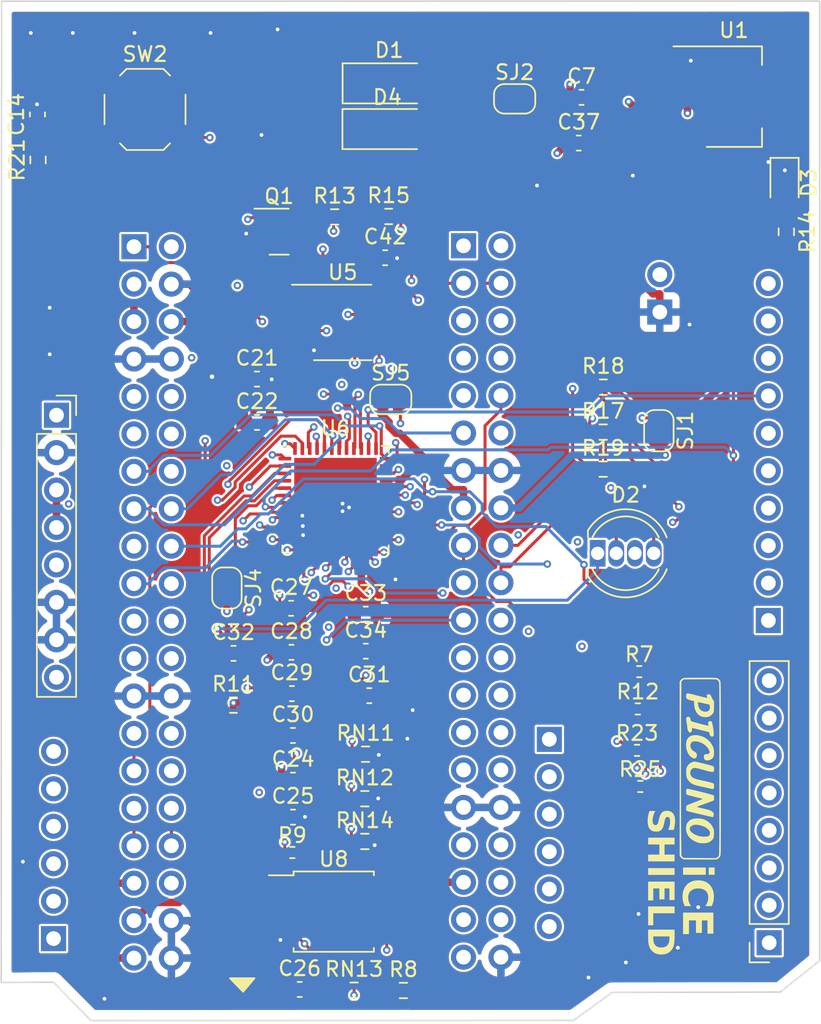
<source format=kicad_pcb>
(kicad_pcb (version 20221018) (generator pcbnew)
  (layers (0 "F.Cu" signal) (1 "In1.Cu" signal) (2 "In2.Cu" signal) (31 "B.Cu" signal) (34 "B.Paste" user) (35 "F.Paste" user) (36 "B.SilkS" user "B.Silkscreen") (37 "F.SilkS" user "F.Silkscreen") (38 "B.Mask" user) (39 "F.Mask" user) (44 "Edge.Cuts" user))
  (net 0 "")
  (net 1 "VBUS")
  (net 2 "GND")
  (net 3 "/ICE_10|PB")
  (net 4 "+3V3")
  (net 5 "/+1.2V_CORE")
  (net 6 "/VIO_BANK_2")
  (net 7 "Net-(D1-K)")
  (net 8 "Net-(D2-A)")
  (net 9 "/VCC_PLL")
  (net 10 "+1V2")
  (net 11 "/+3V3_STDBY")
  (net 12 "Net-(D2-RK)")
  (net 13 "Net-(D2-GK)")
  (net 14 "Net-(D2-BK)")
  (net 15 "/ICE_DONE")
  (net 16 "/ICE_FLASH_IO2")
  (net 17 "/~{ICE_RST}")
  (net 18 "/ICE_FLASH_IO3")
  (net 19 "/ICE_28")
  (net 20 "/ICE_31")
  (net 21 "/ICE_32")
  (net 22 "/ICE_34")
  (net 23 "/ICE_36")
  (net 24 "/ICE_38")
  (net 25 "/ICE_42")
  (net 26 "/ICE_43")
  (net 27 "/SRAM_SS")
  (net 28 "/ICE_35_G0")
  (net 29 "/ICE_11")
  (net 30 "/ICE_6")
  (net 31 "/ICE_9")
  (net 32 "/ICE_44_G6")
  (net 33 "/ICE_45")
  (net 34 "/ICE_46")
  (net 35 "/ICE_47")
  (net 36 "/ICE_48")
  (net 37 "/ICE_2")
  (net 38 "/ICE_3")
  (net 39 "/ICE_4")
  (net 40 "/~{RESET}")
  (net 41 "/PICO_CLKOUT")
  (net 42 "/ICE_SSN")
  (net 43 "/ICE_SO")
  (net 44 "/ICE_SI")
  (net 45 "/ICE_SCK")
  (net 46 "/ICE_25")
  (net 47 "/ICE_23")
  (net 48 "/ICE_19")
  (net 49 "/ICE_18")
  (net 50 "/ICE_27")
  (net 51 "/ICE_26")
  (net 52 "/ICE_21")
  (net 53 "/ICE_20_G3")
  (net 54 "/ICE_DONE_ADC0")
  (net 55 "/LED_B")
  (net 56 "/ADC2|PB")
  (net 57 "/LED_R")
  (net 58 "/ADC3")
  (net 59 "/LED_G")
  (net 60 "/PICO_PMOD_A1")
  (net 61 "/PICO_PMOD_B1")
  (net 62 "/PICO_PMOD_A2")
  (net 63 "/PICO_PMOD_B2")
  (net 64 "/PICO_PMOD_A3")
  (net 65 "/PICO_PMOD_B3")
  (net 66 "/PICO_PMOD_A4")
  (net 67 "/PICO_PMOD_B4")
  (net 68 "VDC")
  (net 69 "3v3")
  (net 71 "Net-(PicUNORP1-GPIO10)")
  (net 72 "/ICE_CLK")
  (net 73 "Net-(PicUNORP1-GPIO25)")
  (net 74 "Net-(Q1-D)")
  (footprint "Resistor_SMD:R_0603_1608Metric_Pad0.98x0.95mm_HandSolder" (layer "F.Cu") (at 138.06 127.41)
    (fp_text reference "R8")
    (fp_text value "10K")
  )
  (footprint "Jumper:SolderJumper-2_P1.3mm_Bridged_RoundedPad1.0x1.5mm" (layer "F.Cu") (at 145.61 66.92)
    (fp_text reference "SJ2")
    (fp_text value "SHORT")
  )
  (footprint "Capacitor_SMD:C_0603_1608Metric" (layer "F.Cu") (at 135.505 104.39)
    (fp_text reference "C34")
    (fp_text value "4.7u")
  )
  (footprint "Package_TO_SOT_SMD:SOT-223-3_TabPin2" (layer "F.Cu") (at 160.49 66.77)
    (fp_text reference "U1")
    (fp_text value "AMS1117-1.5")
  )
  (footprint "Resistor_SMD:R_0603_1608Metric_Pad0.98x0.95mm_HandSolder" (layer "F.Cu") (at 134.71 127.39)
    (fp_text reference "RN13")
    (fp_text value "10K")
  )
  (footprint "Capacitor_SMD:C_0603_1608Metric_Pad1.08x0.95mm_HandSolder" (layer "F.Cu") (at 128.12 88.87)
    (fp_text reference "C22")
    (fp_text value "4.7u")
  )
  (footprint "LED_SMD:LED_0805_2012Metric" (layer "F.Cu") (at 163.93 72.61 -90)
    (fp_text reference "D3")
    (fp_text value "LTST-C191KGKT")
  )
  (footprint "Capacitor_SMD:C_0603_1608Metric" (layer "F.Cu") (at 131.02 127.34)
    (fp_text reference "C26")
    (fp_text value "0.1u")
  )
  (footprint "Resistor_SMD:R_0603_1608Metric" (layer "F.Cu") (at 126.52 108.05)
    (fp_text reference "R11")
    (fp_text value "100")
  )
  (footprint "Capacitor_SMD:C_0603_1608Metric_Pad1.08x0.95mm_HandSolder" (layer "F.Cu") (at 128.12 85.93)
    (fp_text reference "C21")
    (fp_text value "0.1u")
  )
  (footprint "Resistor_SMD:R_0603_1608Metric" (layer "F.Cu") (at 164.05 75.94 -90)
    (fp_text reference "R14")
    (fp_text value "2.2K")
  )
  (footprint "Capacitor_SMD:C_0603_1608Metric" (layer "F.Cu") (at 130.49 107.27)
    (fp_text reference "C29")
    (fp_text value "0.1u")
  )
  (footprint "Diode_SMD:D_SOD-128" (layer "F.Cu") (at 137.0925 65.87)
    (fp_text reference "D1")
    (fp_text value "1N4148WT-7")
  )
  (footprint "Diode_SMD:D_SOD-128" (layer "F.Cu") (at 137.0825 68.97)
    (fp_text reference "D4")
    (fp_text value "1N5819WS")
  )
  (footprint "Jumper:SolderJumper-2_P1.3mm_Bridged_RoundedPad1.0x1.5mm" (layer "F.Cu") (at 137.2 87.31)
    (fp_text reference "SJ5")
    (fp_text value "SHORT")
  )
  (footprint "Resistor_SMD:R_0603_1608Metric_Pad0.98x0.95mm_HandSolder" (layer "F.Cu") (at 151.6175 89.53)
    (fp_text reference "R17")
    (fp_text value "1k")
  )
  (footprint "Resistor_SMD:R_0402_1005Metric" (layer "F.Cu") (at 154.14 113.57)
    (fp_text reference "R25")
    (fp_text value "27")
  )
  (footprint "Jumper:SolderJumper-2_P1.3mm_Bridged_RoundedPad1.0x1.5mm" (layer "F.Cu") (at 155.4 89.43 -90)
    (fp_text reference "SJ1")
    (fp_text value "SHORT")
  )
  (footprint "Resistor_SMD:R_0603_1608Metric_Pad0.98x0.95mm_HandSolder" (layer "F.Cu") (at 151.6175 92.04)
    (fp_text reference "R19")
    (fp_text value "1k")
  )
  (footprint "Resistor_SMD:R_0603_1608Metric_Pad0.98x0.95mm_HandSolder" (layer "F.Cu") (at 135.49 111.38)
    (fp_text reference "RN11")
    (fp_text value "10K")
  )
  (footprint "Resistor_SMD:R_0603_1608Metric_Pad0.98x0.95mm_HandSolder" (layer "F.Cu") (at 135.44 114.4)
    (fp_text reference "RN12")
    (fp_text value "10K")
  )
  (footprint "Resistor_SMD:R_0603_1608Metric" (layer "F.Cu") (at 137.06 74.9)
    (fp_text reference "R15")
    (fp_text value "5.1K")
  )
  (footprint "Capacitor_SMD:C_0603_1608Metric" (layer "F.Cu") (at 130.565 113.14)
    (fp_text reference "C24")
    (fp_text value "0.1u")
  )
  (footprint "Package_SO:SOIC-8_5.23x5.23mm_P1.27mm" (layer "F.Cu") (at 133.33 122.06)
    (fp_text reference "U8")
    (fp_text value "W25Q32JVSSIQ")
  )
  (footprint "Capacitor_SMD:C_0603_1608Metric" (layer "F.Cu") (at 130.46 104.47)
    (fp_text reference "C28")
    (fp_text value "0.1u")
  )
  (footprint "Resistor_SMD:R_0603_1608Metric_Pad0.98x0.95mm_HandSolder" (layer "F.Cu") (at 135.44 117.3)
    (fp_text reference "RN14")
    (fp_text value "10K")
  )
  (footprint "Package_SO:SOIC-8_3.9x4.9mm_P1.27mm" (layer "F.Cu") (at 133.94 82.09)
    (fp_text reference "U5")
    (fp_text value "APS6404L-3SQN-SN")
  )
  (footprint "Resistor_SMD:R_0402_1005Metric" (layer "F.Cu") (at 153.97 108.31)
    (fp_text reference "R12")
    (fp_text value "27")
  )
  (footprint "Capacitor_SMD:C_0603_1608Metric_Pad1.08x0.95mm_HandSolder" (layer "F.Cu") (at 126.53 104.54)
    (fp_text reference "C32")
    (fp_text value "4.7u")
  )
  (footprint "Resistor_SMD:R_0603_1608Metric" (layer "F.Cu") (at 113.26 71.065 90)
    (fp_text reference "R21")
    (fp_text value "10K")
  )
  (footprint "Capacitor_SMD:C_0603_1608Metric" (layer "F.Cu") (at 150.15 66.82)
    (fp_text reference "C7")
    (fp_text value "4.7u")
  )
  (footprint "Package_DFN_QFN:QFN-48-1EP_7x7mm_P0.5mm_EP5.6x5.6mm" (layer "F.Cu") (at 133.45 94.08)
    (fp_text reference "U6")
    (fp_text value "ICE40UP5K-SG48ITR")
  )
  (footprint "Package_TO_SOT_SMD:SOT-23" (layer "F.Cu") (at 129.6225 75.93)
    (fp_text reference "Q1")
    (fp_text value "2N7002")
  )
  (footprint "Button_Switch_SMD:SW_SPST_TL3342" (layer "F.Cu") (at 120.52 67.64)
    (fp_text reference "SW2")
    (fp_text value "PTS820 J25K SMTR LFS")
  )
  (footprint "Resistor_SMD:R_0603_1608Metric" (layer "F.Cu") (at 151.63 86.48)
    (fp_text reference "R18")
    (fp_text value "1k")
  )
  (footprint "Jumper:SolderJumper-2_P1.3mm_Bridged_RoundedPad1.0x1.5mm" (layer "F.Cu") (at 126.08 100.11 -90)
    (fp_text reference "SJ4")
    (fp_text value "SHORT")
  )
  (footprint "picuno:PicuNO RP2040" (layer "F.Cu") (at 137.8725 97.7795)
    (fp_text reference "PicUNORP1" hide)
    (fp_text value "~")
    (fp_line (start -27.11 29.09) (end -27.09 -37.48) (stroke (width 0.1)) (layer "Edge.Cuts"))
    (fp_line (start -27.09 -37.48) (end 28.44 -37.49) (stroke (width 0.1)) (layer "Edge.Cuts"))
    (fp_line (start -23.57 29.0705) (end -27.11 29.09) (stroke (width 0.1)) (layer "Edge.Cuts"))
    (fp_line (start -21.02 31.6705) (end -23.57 29.0705) (stroke (width 0.1)) (layer "Edge.Cuts"))
    (fp_line (start 11.73 31.6605) (end -21.02 31.6705) (stroke (width 0.1)) (layer "Edge.Cuts"))
    (fp_line (start 14.365 29.76) (end 11.73 31.6605) (stroke (width 0.1)) (layer "Edge.Cuts"))
    (fp_line (start 25.765 29.74) (end 14.365 29.76) (stroke (width 0.1)) (layer "Edge.Cuts"))
    (fp_line (start 28.44 -37.49) (end 28.44 27.61) (stroke (width 0.1)) (layer "Edge.Cuts"))
    (fp_line (start 28.44 27.61) (end 25.765 29.74) (stroke (width 0.1)) (layer "Edge.Cuts"))
  )
  (footprint "RP2040_minimal:PinHeader_2x20_P2.54mm_Vertical_Right" (layer "F.Cu") (at 142.14 76.89)
    (fp_text reference "J3" hide)
    (fp_text value "Conn_02x20_Odd_Even" hide)
  )
  (footprint "Resistor_SMD:R_0402_1005Metric" (layer "F.Cu") (at 153.92 111.12)
    (fp_text reference "R23")
    (fp_text value "27")
  )
  (footprint "Resistor_SMD:R_0603_1608Metric_Pad0.98x0.95mm_HandSolder" (layer "F.Cu") (at 133.3925 74.93)
    (fp_text reference "R13")
    (fp_text value "10K")
  )
  (footprint "Capacitor_SMD:C_0603_1608Metric" (layer "F.Cu") (at 130.56 110.11)
    (fp_text reference "C30")
    (fp_text value "4.7u")
  )
  (footprint "Resistor_SMD:R_0402_1005Metric" (layer "F.Cu") (at 154.07 105.78)
    (fp_text reference "R7")
    (fp_text value "10K")
  )
  (footprint "LED_THT:LED_D5.0mm-4_RGB" (layer "F.Cu") (at 151.24 97.75)
    (fp_text reference "D2")
    (fp_text value "MHPA1010RGBDT")
  )
  (footprint "Capacitor_SMD:C_0603_1608Metric_Pad1.08x0.95mm_HandSolder" (layer "F.Cu") (at 135.74 107.41)
    (fp_text reference "C31")
    (fp_text value "4.7u")
  )
  (footprint "Capacitor_SMD:C_0603_1608Metric" (layer "F.Cu") (at 130.565 115.65)
    (fp_text reference "C25")
    (fp_text value "4.7u")
  )
  (footprint "Capacitor_SMD:C_0603_1608Metric" (layer "F.Cu") (at 113.22 67.98 90)
    (fp_text reference "C14")
    (fp_text value "0.1u")
  )
  (footprint "Capacitor_SMD:C_0603_1608Metric" (layer "F.Cu") (at 149.96 69.92)
    (fp_text reference "C37")
    (fp_text value "4.7u")
  )
  (footprint "Capacitor_SMD:C_0603_1608Metric" (layer "F.Cu") (at 136.82 77.7)
    (fp_text reference "C42")
    (fp_text value "0.1u")
  )
  (footprint "Capacitor_SMD:C_0603_1608Metric" (layer "F.Cu") (at 130.44 101.48)
    (fp_text reference "C27")
    (fp_text value "0.1u")
  )
  (footprint "Capacitor_SMD:C_0603_1608Metric" (layer "F.Cu") (at 135.505 101.88)
    (fp_text reference "C33")
    (fp_text value "0.1u")
  )
  (footprint "Resistor_SMD:R_0402_1005Metric" (layer "F.Cu") (at 130.52 118.05)
    (fp_text reference "R9")
    (fp_text value "27")
  )
  (footprint "RP2040_minimal:PinHeader_2x20_P2.54mm_Vertical_Left" (layer "F.Cu") (at 119.77 76.95)
    (fp_text reference "J2" hide)
    (fp_text value "Conn_02x20_Odd_Even" hide)
  )
  (gr_poly (pts (xy 159.124305 110.031796) (xy 159.123836 110.048287) (xy 159.123056 110.063191) (xy 159.121938 110.076631) (xy 159.121244 110.082841) (xy 159.120454 110.088731) (xy 159.119567 110.094318) (xy 159.118577 110.099616) (xy 159.117482 110.104642) (xy 159.116278 110.10941) (xy 159.114962 110.113936) (xy 159.113529 110.118236) (xy 159.111978 110.122326) (xy 159.110303 110.126219) (xy 159.108502 110.129933) (xy 159.106572 110.133483) (xy 159.104508 110.136884) (xy 159.102307 110.140151) (xy 159.099966 110.143301) (xy 159.097481 110.146348) (xy 159.094848 110.149309) (xy 159.092066 110.152198) (xy 159.089128 110.155032) (xy 159.086033 110.157825) (xy 159.07699 110.165425) (xy 159.06774 110.171966) (xy 159.058309 110.177468) (xy 159.048727 110.181951) (xy 159.039021 110.185437) (xy 159.029218 110.187944) (xy 159.019347 110.189493) (xy 159.009436 110.190104) (xy 158.999513 110.189797) (xy 158.989605 110.188593) (xy 158.979741 110.186511) (xy 158.969947 110.183572) (xy 158.960253 110.179796) (xy 158.950686 110.175202) (xy 158.941275 110.169812) (xy 158.932046 110.163645) (xy 158.923028 110.156722) (xy 158.914248 110.149062) (xy 158.905736 110.140686) (xy 158.897518 110.131614) (xy 158.889622 110.121866) (xy 158.882077 110.111463) (xy 158.87491 110.100423) (xy 158.868149 110.088768) (xy 158.861822 110.076518) (xy 158.855957 110.063693) (xy 158.850583 110.050313) (xy 158.845725 110.036398) (xy 158.841414 110.021968) (xy 158.837676 110.007043) (xy 158.83454 109.991644) (xy 158.832033 109.975791) (xy 158.819333 109.886891) (xy 158.247833 109.742958) (xy 158.025253 109.687726) (xy 157.840375 109.642416) (xy 157.661517 109.599024) (xy 157.660537 109.599172) (xy 157.659582 109.59961) (xy 157.657751 109.601327) (xy 157.656024 109.604117) (xy 157.654406 109.607921) (xy 157.6529 109.61268) (xy 157.651508 109.618335) (xy 157.650234 109.624827) (xy 157.649081 109.632098) (xy 157.647151 109.648737) (xy 157.645741 109.667783) (xy 157.644877 109.688764) (xy 157.644583 109.711208) (xy 157.644477 109.727945) (xy 157.644133 109.743301) (xy 157.643509 109.757387) (xy 157.642566 109.770309) (xy 157.641263 109.782178) (xy 157.63956 109.793101) (xy 157.638546 109.798241) (xy 157.637417 109.803186) (xy 157.636168 109.807949) (xy 157.634794 109.812543) (xy 157.633289 109.816983) (xy 157.631649 109.82128) (xy 157.629869 109.82545) (xy 157.627944 109.829506) (xy 157.625868 109.83346) (xy 157.623636 109.837328) (xy 157.621245 109.841122) (xy 157.618687 109.844856) (xy 157.615959 109.848543) (xy 157.613056 109.852197) (xy 157.609972 109.855832) (xy 157.606702 109.859462) (xy 157.599586 109.866757) (xy 157.591667 109.874191) (xy 157.583663 109.881662) (xy 157.576255 109.888214) (xy 157.569342 109.893874) (xy 157.562827 109.898665) (xy 157.559687 109.900743) (xy 157.556609 109.902613) (xy 157.553581 109.904279) (xy 157.55059 109.905743) (xy 157.547624 109.907009) (xy 157.54467 109.908079) (xy 157.541716 109.908957) (xy 157.53875 109.909646) (xy 157.535759 109.910148) (xy 157.532731 109.910468) (xy 157.529653 109.910608) (xy 157.526513 109.910572) (xy 157.523299 109.910361) (xy 157.519998 109.909981) (xy 157.516597 109.909432) (xy 157.513086 109.90872) (xy 157.505677 109.906814) (xy 157.497674 109.904288) (xy 157.488975 109.901167) (xy 157.479484 109.897475) (xy 157.464473 109.890547) (xy 157.450383 109.882435) (xy 157.437193 109.873095) (xy 157.42488 109.862484) (xy 157.413423 109.850558) (xy 157.4028 109.837274) (xy 157.392989 109.822588) (xy 157.383969 109.806458) (xy 157.375718 109.788839) (xy 157.368214 109.769689) (xy 157.361435 109.748964) (xy 157.355361 109.72662) (xy 157.349968 109.702614) (xy 157.345236 109.676903) (xy 157.341143 109.649443) (xy 157.337667 109.620191) (xy 157.334434 109.587119) (xy 157.329663 109.546108) (xy 157.3165 109.446625) (xy 157.300162 109.334441) (xy 157.282633 109.222258) (xy 157.275249 109.173312) (xy 157.269003 109.129435) (xy 157.263941 109.090289) (xy 157.261869 109.072385) (xy 157.260111 109.055537) (xy 157.258671 109.039703) (xy 157.257557 109.024841) (xy 157.256774 109.010908) (xy 157.256328 108.997862) (xy 157.256224 108.985662) (xy 157.256469 108.974263) (xy 157.257068 108.963626) (xy 157.258027 108.953706) (xy 157.259352 108.944462) (xy 157.261049 108.935852) (xy 157.263123 108.927834) (xy 157.26558 108.920364) (xy 157.268427 108.913402) (xy 157.271668 108.906904) (xy 157.27531 108.900829) (xy 157.279359 108.895134) (xy 157.28382 108.889777) (xy 157.2887 108.884715) (xy 157.294003 108.879907) (xy 157.299736 108.875311) (xy 157.305905 108.870883) (xy 157.312515 108.866582) (xy 157.319573 108.862366) (xy 157.327083 108.858191) (xy 157.336786 108.853397) (xy 157.346439 108.849325) (xy 157.35603 108.84597) (xy 157.365547 108.843321) (xy 157.374977 108.841372) (xy 157.384308 108.840113) (xy 157.393527 108.839538) (xy 157.402622 108.839638) (xy 157.41158 108.840404) (xy 157.42039 108.841828) (xy 157.429039 108.843903) (xy 157.437514 108.84662) (xy 157.445803 108.849971) (xy 157.453893 108.853948) (xy 157.461773 108.858543) (xy 157.469429 108.863748) (xy 157.47685 108.869554) (xy 157.484023 108.875953) (xy 157.490935 108.882938) (xy 157.497574 108.890499) (xy 157.503928 108.89863) (xy 157.509985 108.907322) (xy 157.515731 108.916566) (xy 157.521155 108.926355) (xy 157.526244 108.93668) (xy 157.530986 108.947533) (xy 157.535368 108.958907) (xy 157.539378 108.970792) (xy 157.543004 108.983182) (xy 157.546233 108.996067) (xy 157.549052 109.009439) (xy 157.55145 109.023291) (xy 157.553158 109.032831) (xy 157.555092 109.042362) (xy 157.557231 109.051825) (xy 157.559553 109.06116) (xy 157.562036 109.070309) (xy 157.564658 109.079214) (xy 157.567399 109.087814) (xy 157.570235 109.096052) (xy 157.573146 109.103868) (xy 157.57611 109.111203) (xy 157.579105 109.117999) (xy 157.582109 109.124197) (xy 157.5851 109.129737) (xy 157.588058 109.134561) (xy 157.590959 109.13861) (xy 157.593784 109.141825) (xy 157.609321 109.148784) (xy 157.646746 109.161181) (xy 157.77499 109.199041) (xy 158.159198 109.304279) (xy 158.550153 109.405548) (xy 158.686831 109.438447) (xy 158.7516 109.450858) (xy 158.751984 109.450704) (xy 158.752344 109.450248) (xy 158.752985 109.44846) (xy 158.753521 109.445556) (xy 158.753948 109.441597) (xy 158.754465 109.430766) (xy 158.75451 109.416462) (xy 158.75406 109.399181) (xy 158.753088 109.37942) (xy 158.751571 109.357675) (xy 158.749483 109.334441) (xy 158.748071 109.317659) (xy 158.747019 109.302183) (xy 158.746339 109.287928) (xy 158.746044 109.274811) (xy 158.746145 109.262748) (xy 158.746656 109.251656) (xy 158.747588 109.24145) (xy 158.748216 109.236654) (xy 158.748954 109.232048) (xy 158.749804 109.227622) (xy 158.750767 109.223365) (xy 158.751845 109.219267) (xy 158.753039 109.215317) (xy 158.75435 109.211505) (xy 158.755782 109.207821) (xy 158.757334 109.204254) (xy 158.759008 109.200794) (xy 158.760807 109.19743) (xy 158.762731 109.194151) (xy 158.764782 109.190947) (xy 158.766962 109.187809) (xy 158.771714 109.181683) (xy 158.777 109.175692) (xy 158.781746 109.170879) (xy 158.786841 109.166365) (xy 158.79226 109.16215) (xy 158.79798 109.158233) (xy 158.803979 109.154616) (xy 158.81023 109.151298) (xy 158.816713 109.14828) (xy 158.823401 109.145562) (xy 158.830273 109.143145) (xy 158.837304 109.14103) (xy 158.84447 109.139215) (xy 158.851749 109.137703) (xy 158.866547 109.135586) (xy 158.88151 109.134681) (xy 158.896448 109.134992) (xy 158.911173 109.136521) (xy 158.918395 109.137743) (xy 158.925494 109.139272) (xy 158.932444 109.141106) (xy 158.939223 109.143247) (xy 158.945806 109.145695) (xy 158.95217 109.14845) (xy 158.958292 109.151513) (xy 158.964147 109.154884) (xy 158.969713 109.158564) (xy 158.974965 109.162553) (xy 158.979879 109.166851) (xy 158.984433 109.171458) (xy 158.990371 109.180484) (xy 158.997009 109.195349) (xy 159.012016 109.240746) (xy 159.02871 109.303952) (xy 159.046346 109.381273) (xy 159.06418 109.469011) (xy 159.081469 109.563471) (xy 159.097468 109.660958) (xy 159.111433 109.757775) (xy 159.114906 109.79475) (xy 159.118577 109.847204) (xy 159.121851 109.908389) (xy 159.124133 109.971558) (xy 159.124426 109.993556) (xy 159.124493 110.013594)) (fill solid) (layer "F.SilkS"))
  (gr_poly (pts (xy 159.145112 111.327578) (xy 159.1437 111.368269) (xy 159.140979 111.406144) (xy 159.139102 111.424083) (xy 159.136866 111.441384) (xy 159.134262 111.458072) (xy 159.131278 111.474169) (xy 159.127903 111.489697) (xy 159.124129 111.504678) (xy 159.119944 111.519135) (xy 159.115337 111.53309) (xy 159.110299 111.546567) (xy 159.104819 111.559587) (xy 159.098886 111.572173) (xy 159.092489 111.584347) (xy 159.085619 111.596132) (xy 159.078265 111.607551) (xy 159.070417 111.618625) (xy 159.062063 111.629378) (xy 159.053194 111.639832) (xy 159.043799 111.650008) (xy 159.033868 111.659931) (xy 159.02339 111.669622) (xy 159.012354 111.679103) (xy 159.000751 111.688398) (xy 158.988569 111.697528) (xy 158.975799 111.706516) (xy 158.962429 111.715385) (xy 158.94845 111.724158) (xy 158.924236 111.738191) (xy 158.898609 111.750901) (xy 158.871841 111.762253) (xy 158.844204 111.772213) (xy 158.815972 111.780746) (xy 158.787418 111.787819) (xy 158.758814 111.793398) (xy 158.730433 111.797448) (xy 158.702549 111.799935) (xy 158.675433 111.800825) (xy 158.649359 111.800085) (xy 158.6246 111.797679) (xy 158.601428 111.793574) (xy 158.580117 111.787736) (xy 158.570244 111.784157) (xy 158.560939 111.780131) (xy 158.552235 111.775655) (xy 158.544167 111.770724) (xy 158.534872 111.764021) (xy 158.526044 111.756262) (xy 158.517688 111.747522) (xy 158.509812 111.737875) (xy 158.502423 111.727393) (xy 158.495528 111.716151) (xy 158.489133 111.704222) (xy 158.483246 111.69168) (xy 158.477874 111.678599) (xy 158.473024 111.665051) (xy 158.464916 111.636854) (xy 158.458978 111.607676) (xy 158.455267 111.578108) (xy 158.453837 111.548738) (xy 158.454746 111.520156) (xy 158.456094 111.506344) (xy 158.458048 111.49295) (xy 158.460614 111.480048) (xy 158.463799 111.467711) (xy 158.467611 111.456012) (xy 158.472056 111.445026) (xy 158.477142 111.434826) (xy 158.482874 111.425485) (xy 158.489261 111.417077) (xy 158.496309 111.409677) (xy 158.504025 111.403357) (xy 158.512417 111.398191) (xy 158.516845 111.39621) (xy 158.522148 111.394243) (xy 158.528257 111.392308) (xy 158.535105 111.390419) (xy 158.55074 111.386843) (xy 158.568508 111.383639) (xy 158.587864 111.380931) (xy 158.608262 111.378843) (xy 158.629156 111.3775) (xy 158.65 111.377024) (xy 158.663431 111.376872) (xy 158.675987 111.3764) (xy 158.687737 111.375587) (xy 158.698749 111.374412) (xy 158.709092 111.372851) (xy 158.718833 111.370885) (xy 158.728041 111.368491) (xy 158.736783 111.365647) (xy 158.745129 111.362332) (xy 158.753146 111.358524) (xy 158.760903 111.354201) (xy 158.768467 111.349342) (xy 158.775908 111.343925) (xy 158.783292 111.337928) (xy 158.790689 111.33133) (xy 158.798167 111.324108) (xy 158.809701 111.312494) (xy 158.819701 111.301341) (xy 158.828169 111.290468) (xy 158.835109 111.279691) (xy 158.838007 111.274281) (xy 158.840523 111.268827) (xy 158.842659 111.263305) (xy 158.844415 111.257693) (xy 158.845791 111.251968) (xy 158.846787 111.246107) (xy 158.847405 111.240087) (xy 158.847644 111.233885) (xy 158.847504 111.227478) (xy 158.846987 111.220844) (xy 158.84482 111.206802) (xy 158.841146 111.191576) (xy 158.835969 111.174982) (xy 158.829291 111.156838) (xy 158.821115 111.136961) (xy 158.811445 111.115167) (xy 158.800283 111.091275) (xy 158.769406 111.032089) (xy 158.732649 110.974585) (xy 158.690485 110.919052) (xy 158.643385 110.865783) (xy 158.591821 110.815069) (xy 158.536262 110.767201) (xy 158.477182 110.722471) (xy 158.41505 110.68117) (xy 158.350339 110.64359) (xy 158.283519 110.610022) (xy 158.215062 110.580758) (xy 158.145439 110.556089) (xy 158.075122 110.536306) (xy 158.004582 110.521701) (xy 157.934289 110.512566) (xy 157.864716 110.509191) (xy 157.843016 110.509295) (xy 157.823074 110.509626) (xy 157.804762 110.51021) (xy 157.787954 110.511077) (xy 157.772523 110.512253) (xy 157.758342 110.513768) (xy 157.745283 110.515648) (xy 157.733219 110.517923) (xy 157.722023 110.520619) (xy 157.711568 110.523764) (xy 157.701728 110.527387) (xy 157.692374 110.531516) (xy 157.683379 110.536177) (xy 157.674618 110.5414) (xy 157.665961 110.547212) (xy 157.657283 110.553641) (xy 157.635358 110.572482) (xy 157.615628 110.592448) (xy 157.598106 110.613475) (xy 157.582803 110.635497) (xy 157.569733 110.658449) (xy 157.558908 110.682266) (xy 157.55034 110.706883) (xy 157.544042 110.732235) (xy 157.540025 110.758257) (xy 157.538303 110.784883) (xy 157.538888 110.812049) (xy 157.541793 110.839689) (xy 157.547028 110.867738) (xy 157.554608 110.896132) (xy 157.564545 110.924805) (xy 157.57685 110.953691) (xy 157.587199 110.975977) (xy 157.596938 110.996145) (xy 157.606248 111.014408) (xy 157.615314 111.030983) (xy 157.624317 111.046081) (xy 157.633442 111.059917) (xy 157.64287 111.072706) (xy 157.652785 111.08466) (xy 157.66337 111.095994) (xy 157.674808 111.106922) (xy 157.687281 111.117658) (xy 157.700973 111.128415) (xy 157.716066 111.139409) (xy 157.732743 111.150851) (xy 157.751188 111.162957) (xy 157.771583 111.175941) (xy 157.802563 111.195145) (xy 157.830511 111.213185) (xy 157.855569 111.23024) (xy 157.87788 111.246486) (xy 157.897586 111.262099) (xy 157.906507 111.269723) (xy 157.91483 111.277256) (xy 157.922574 111.284719) (xy 157.929756 111.292134) (xy 157.936393 111.299524) (xy 157.942504 111.30691) (xy 157.948107 111.314315) (xy 157.953219 111.32176) (xy 157.957858 111.329269) (xy 157.962042 111.336862) (xy 157.965789 111.344562) (xy 157.969116 111.352391) (xy 157.972043 111.360371) (xy 157.974585 111.368525) (xy 157.976761 111.376874) (xy 157.97859 111.38544) (xy 157.980088 111.394246) (xy 157.981274 111.403313) (xy 157.98278 111.422322) (xy 157.98325 111.442641) (xy 157.983028 111.454849) (xy 157.982369 111.466859) (xy 157.981283 111.478658) (xy 157.979777 111.490233) (xy 157.977863 111.501573) (xy 157.975548 111.512665) (xy 157.972843 111.523496) (xy 157.969756 111.534055) (xy 157.966297 111.544328) (xy 157.962476 111.554304) (xy 157.958301 111.563969) (xy 157.953782 111.573312) (xy 157.948928 111.582321) (xy 157.943748 111.590981) (xy 157.938253 111.599283) (xy 157.93245 111.607212) (xy 157.926349 111.614757) (xy 157.919961 111.621905) (xy 157.913293 111.628643) (xy 157.906355 111.63496) (xy 157.899157 111.640843) (xy 157.891708 111.646279) (xy 157.884017 111.651257) (xy 157.876094 111.655763) (xy 157.867947 111.659785) (xy 157.859586 111.663312) (xy 157.851021 111.66633) (xy 157.84226 111.668827) (xy 157.833313 111.67079) (xy 157.82419 111.672208) (xy 157.814899 111.673068) (xy 157.80545 111.673358) (xy 157.797871 111.673057) (xy 157.789835 111.672166) (xy 157.772509 111.668686) (xy 157.753695 111.663061) (xy 157.733615 111.655432) (xy 157.712494 111.645943) (xy 157.690555 111.634737) (xy 157.668019 111.621955) (xy 157.645112 111.607741) (xy 157.622056 111.592237) (xy 157.599075 111.575586) (xy 157.576391 111.55793) (xy 157.554228 111.539412) (xy 157.532809 111.520175) (xy 157.512358 111.500362) (xy 157.493097 111.480114) (xy 157.47525 111.459574) (xy 157.450329 111.427482) (xy 157.426768 111.393985) (xy 157.404576 111.359187) (xy 157.383762 111.323198) (xy 157.3463 111.248071) (xy 157.314449 111.169459) (xy 157.28828 111.088217) (xy 157.267858 111.005202) (xy 157.253253 110.921269) (xy 157.244533 110.837275) (xy 157.241767 110.754073) (xy 157.245021 110.672522) (xy 157.254365 110.593476) (xy 157.269867 110.51779) (xy 157.279949 110.481475) (xy 157.291595 110.446322) (xy 157.304815 110.412436) (xy 157.319617 110.379926) (xy 157.33601 110.348898) (xy 157.354002 110.319458) (xy 157.373601 110.291715) (xy 157.394817 110.265775) (xy 157.414404 110.244976) (xy 157.43543 110.225445) (xy 157.457844 110.207182) (xy 157.481596 110.190191) (xy 157.532915 110.160028) (xy 157.588988 110.134971) (xy 157.649414 110.115037) (xy 157.713793 110.10024) (xy 157.781725 110.090597) (xy 157.852811 110.086122) (xy 157.926649 110.086832) (xy 158.002842 110.092741) (xy 158.080987 110.103866) (xy 158.160686 110.120221) (xy 158.241539 110.141822) (xy 158.323145 110.168685) (xy 158.405104 110.200825) (xy 158.487017 110.238258) (xy 158.538213 110.26551) (xy 158.589212 110.297024) (xy 158.639714 110.332452) (xy 158.689423 110.371443) (xy 158.73804 110.413645) (xy 158.785268 110.45871) (xy 158.83081 110.506285) (xy 158.874367 110.556022) (xy 158.915642 110.60757) (xy 158.954337 110.660578) (xy 158.990155 110.714697) (xy 159.022798 110.769574) (xy 159.051968 110.824861) (xy 159.077368 110.880208) (xy 159.0987 110.935262) (xy 159.115666 110.989675) (xy 159.121194 111.013777) (xy 159.126547 111.04398) (xy 159.131554 111.079046) (xy 159.136039 111.117733) (xy 159.13983 111.158801) (xy 159.142753 111.201011) (xy 159.144634 111.243121) (xy 159.1453 111.283891)) (fill solid) (layer "F.SilkS"))
  (gr_poly (pts (xy 159.144705 108.231691) (xy 159.142993 108.293418) (xy 159.140537 108.350456) (xy 159.137486 108.401244) (xy 159.133989 108.444218) (xy 159.130194 108.477816) (xy 159.128231 108.49061) (xy 159.12625 108.500475) (xy 159.119435 108.520481) (xy 159.110226 108.541465) (xy 159.09881 108.56321) (xy 159.085372 108.585505) (xy 159.070098 108.608135) (xy 159.053175 108.630885) (xy 159.034789 108.653543) (xy 159.015125 108.675894) (xy 158.99437 108.697723) (xy 158.972709 108.718818) (xy 158.950329 108.738964) (xy 158.927415 108.757947) (xy 158.904155 108.775554) (xy 158.880733 108.79157) (xy 158.857336 108.805782) (xy 158.83415 108.817975) (xy 158.809092 108.829186) (xy 158.781721 108.839005) (xy 158.752304 108.847429) (xy 158.721107 108.854454) (xy 158.688397 108.860078) (xy 158.65444 108.864298) (xy 158.619504 108.867109) (xy 158.583854 108.86851) (xy 158.547758 108.868497) (xy 158.511482 108.867067) (xy 158.475293 108.864217) (xy 158.439458 108.859944) (xy 158.404242 108.854245) (xy 158.369914 108.847116) (xy 158.336739 108.838555) (xy 158.304983 108.828558) (xy 158.246211 108.805267) (xy 158.190601 108.77677) (xy 158.13824 108.743219) (xy 158.089216 108.704766) (xy 158.043614 108.661563) (xy 158.001523 108.613762) (xy 157.963028 108.561515) (xy 157.928217 108.504973) (xy 157.897176 108.444289) (xy 157.869992 108.379614) (xy 157.846752 108.311101) (xy 157.827543 108.238901) (xy 157.812451 108.163167) (xy 157.801564 108.08405) (xy 157.794968 108.001702) (xy 157.79275 107.916275) (xy 157.79275 107.782925) (xy 157.619183 107.738474) (xy 157.560537 107.722727) (xy 157.508191 107.707841) (xy 157.461798 107.693538) (xy 157.421011 107.679539) (xy 157.402611 107.672566) (xy 157.385482 107.665564) (xy 157.369581 107.658499) (xy 157.354865 107.651336) (xy 157.341289 107.644039) (xy 157.328811 107.636574) (xy 157.317388 107.628906) (xy 157.306975 107.621) (xy 157.29753 107.612821) (xy 157.289008 107.604334) (xy 157.281367 107.595505) (xy 157.274563 107.586298) (xy 157.268554 107.576679) (xy 157.263294 107.566612) (xy 157.258741 107.556064) (xy 157.254852 107.544998) (xy 157.251583 107.533381) (xy 157.248891 107.521176) (xy 157.246731 107.50835) (xy 157.245062 107.494868) (xy 157.24384 107.480694) (xy 157.24302 107.465794) (xy 157.242416 107.433675) (xy 157.242552 107.423463) (xy 157.242957 107.413468) (xy 157.243627 107.403699) (xy 157.244558 107.394161) (xy 157.245746 107.384862) (xy 157.247188 107.375809) (xy 157.24888 107.367008) (xy 157.250817 107.358467) (xy 157.252996 107.350193) (xy 157.255413 107.342192) (xy 157.258064 107.334472) (xy 157.260946 107.327039) (xy 157.264053 107.319901) (xy 157.267384 107.313065) (xy 157.270932 107.306537) (xy 157.274696 107.300325) (xy 157.27867 107.294435) (xy 157.282851 107.288874) (xy 157.287236 107.28365) (xy 157.291819 107.278769) (xy 157.296598 107.274239) (xy 157.301569 107.270066) (xy 157.306727 107.266257) (xy 157.312068 107.26282) (xy 157.31759 107.259761) (xy 157.323287 107.257087) (xy 157.329157 107.254805) (xy 157.335195 107.252923) (xy 157.341397 107.251447) (xy 157.347759 107.250384) (xy 157.354278 107.249741) (xy 157.36095 107.249525) (xy 157.384692 107.252795) (xy 157.431825 107.262192) (xy 157.585052 107.296885) (xy 157.798207 107.348644) (xy 158.048867 107.412508) (xy 158.055796 107.41426) (xy 158.055796 107.849932) (xy 158.053976 107.85018) (xy 158.0531 107.850658) (xy 158.051528 107.853048) (xy 158.050373 107.856983) (xy 158.049243 107.869109) (xy 158.04957 107.886288) (xy 158.051215 107.907775) (xy 158.0579 107.960679) (xy 158.068181 108.021843) (xy 158.080943 108.08529) (xy 158.09507 108.14504) (xy 158.102295 108.171661) (xy 158.109444 108.195117) (xy 158.116375 108.214659) (xy 158.12295 108.229541) (xy 158.137927 108.257022) (xy 158.154266 108.283099) (xy 158.171938 108.307755) (xy 158.190915 108.330976) (xy 158.21117 108.352746) (xy 158.232674 108.373049) (xy 158.255399 108.39187) (xy 158.279319 108.409194) (xy 158.304404 108.425004) (xy 158.330627 108.439286) (xy 158.357961 108.452023) (xy 158.386376 108.463202) (xy 158.415845 108.472805) (xy 158.446341 108.480817) (xy 158.477835 108.487223) (xy 158.5103 108.492008) (xy 158.535023 108.494169) (xy 158.559157 108.495105) (xy 158.582658 108.494831) (xy 158.605484 108.493364) (xy 158.62759 108.490719) (xy 158.648933 108.486911) (xy 158.669471 108.481956) (xy 158.689158 108.475869) (xy 158.69867 108.472406) (xy 158.707953 108.468665) (xy 158.717002 108.46465) (xy 158.725811 108.460362) (xy 158.734376 108.455802) (xy 158.74269 108.450973) (xy 158.750748 108.445876) (xy 158.758545 108.440514) (xy 158.766076 108.434888) (xy 158.773334 108.429001) (xy 158.780315 108.422854) (xy 158.787013 108.416449) (xy 158.793422 108.409789) (xy 158.799538 108.402874) (xy 158.805355 108.395708) (xy 158.810867 108.388292) (xy 158.8156 108.381534) (xy 158.820259 108.37402) (xy 158.824819 108.365837) (xy 158.829255 108.357071) (xy 158.833542 108.347808) (xy 158.837656 108.338136) (xy 158.841571 108.328142) (xy 158.845262 108.317912) (xy 158.848706 108.307534) (xy 158.851877 108.297093) (xy 158.85475 108.286677) (xy 158.857301 108.276373) (xy 158.859505 108.266267) (xy 158.861336 108.256446) (xy 158.86277 108.246998) (xy 158.863783 108.238008) (xy 158.864562 108.220465) (xy 158.864552 108.202145) (xy 158.863811 108.183309) (xy 158.862394 108.164222) (xy 158.860357 108.145148) (xy 158.857756 108.12635) (xy 158.854646 108.108091) (xy 158.851083 108.090635) (xy 158.847124 108.074246) (xy 158.842823 108.059187) (xy 158.838237 108.045722) (xy 158.833422 108.034114) (xy 158.830946 108.029088) (xy 158.828433 108.024626) (xy 158.825891 108.02076) (xy 158.823327 108.017523) (xy 158.820747 108.014948) (xy 158.818158 108.013068) (xy 158.815568 108.011916) (xy 158.812983 108.011525) (xy 158.778124 108.004844) (xy 158.69445 107.986654) (xy 158.429867 107.926858) (xy 158.35551 107.909346) (xy 158.285867 107.893521) (xy 158.222475 107.87968) (xy 158.166871 107.86812) (xy 158.120593 107.859141) (xy 158.085181 107.853039) (xy 158.072029 107.85116) (xy 158.06217 107.850112) (xy 158.055796 107.849932) (xy 158.055796 107.41426) (xy 158.176011 107.444659) (xy 158.295293 107.474057) (xy 158.404008 107.500131) (xy 158.499452 107.52231) (xy 158.578922 107.540025) (xy 158.639714 107.552704) (xy 158.679125 107.559778) (xy 158.689967 107.561034) (xy 158.69445 107.560675) (xy 158.695188 107.55982) (xy 158.695817 107.558845) (xy 158.696338 107.557755) (xy 158.696753 107.556553) (xy 158.697064 107.555244) (xy 158.697273 107.553833) (xy 158.697393 107.55072) (xy 158.697129 107.547247) (xy 158.696496 107.543448) (xy 158.69551 107.539358) (xy 158.694185 107.53501) (xy 158.692538 107.530439) (xy 158.690585 107.525679) (xy 158.688339 107.520764) (xy 158.685818 107.515729) (xy 158.683036 107.510606) (xy 158.68001 107.50543) (xy 158.676753 107.500236) (xy 158.673283 107.495058) (xy 158.666883 107.484666) (xy 158.661175 107.474526) (xy 158.656154 107.464645) (xy 158.651819 107.455027) (xy 158.648166 107.445678) (xy 158.645192 107.436601) (xy 158.642894 107.427803) (xy 158.641269 107.419288) (xy 158.640313 107.411061) (xy 158.640024 107.403128) (xy 158.640399 107.395493) (xy 158.641434 107.388162) (xy 158.643127 107.381139) (xy 158.645473 107.37443) (xy 158.648471 107.36804) (xy 158.652117 107.361973) (xy 158.656407 107.356234) (xy 158.66134 107.35083) (xy 158.666911 107.345764) (xy 158.673118 107.341042) (xy 158.679957 107.336668) (xy 158.687426 107.332649) (xy 158.695521 107.328988) (xy 158.70424 107.325692) (xy 158.713578 107.322764) (xy 158.723534 107.32021) (xy 158.734103 107.318036) (xy 158.745283 107.316245) (xy 158.757071 107.314844) (xy 158.769464 107.313836) (xy 158.782458 107.313228) (xy 158.79605 107.313025) (xy 158.811469 107.31364) (xy 158.826039 107.315563) (xy 158.839852 107.318913) (xy 158.853002 107.323806) (xy 158.865581 107.330362) (xy 158.877682 107.338697) (xy 158.889399 107.34893) (xy 158.900825 107.361179) (xy 158.912052 107.37556) (xy 158.923174 107.392193) (xy 158.934283 107.411194) (xy 158.945473 107.432683) (xy 158.956837 107.456775) (xy 158.968467 107.48359) (xy 158.980457 107.513245) (xy 158.9929 107.545858) (xy 158.996736 107.556014) (xy 159.001069 107.566578) (xy 159.005848 107.577465) (xy 159.011024 107.588588) (xy 159.016547 107.59986) (xy 159.022368 107.611194) (xy 159.028437 107.622502) (xy 159.034704 107.6337) (xy 159.04112 107.644698) (xy 159.047636 107.655412) (xy 159.054201 107.665754) (xy 159.060766 107.675636) (xy 159.067281 107.684973) (xy 159.073697 107.693677) (xy 159.079964 107.701662) (xy 159.086033 107.708841) (xy 159.105596 107.732526) (xy 159.113511 107.743346) (xy 159.120297 107.75425) (xy 159.126041 107.765812) (xy 159.130831 107.778605) (xy 159.134752 107.793202) (xy 159.137892 107.810177) (xy 159.140337 107.830104) (xy 159.142175 107.853556) (xy 159.144374 107.913331) (xy 159.145184 107.994091) (xy 159.1453 108.100425) (xy 159.145523 108.166839)) (fill solid) (layer "F.SilkS"))
  (gr_poly (pts (xy 126.29 126.58) (xy 127.95 126.58) (xy 127.18 127.49)) (stroke (width 0.12)) (fill solid) (layer "F.SilkS"))
  (gr_poly (pts (xy 159.147093 113.543634) (xy 159.146689 113.557282) (xy 159.146122 113.570441) (xy 159.145393 113.583111) (xy 159.1445 113.595294) (xy 159.143444 113.606994) (xy 159.142224 113.61821) (xy 159.14084 113.628946) (xy 159.13929 113.639204) (xy 159.137576 113.648985) (xy 159.135696 113.658291) (xy 159.133651 113.667124) (xy 159.131439 113.675486) (xy 159.12906 113.683379) (xy 159.126514 113.690805) (xy 159.123801 113.697767) (xy 159.12092 113.704265) (xy 159.117871 113.710301) (xy 159.114654 113.715879) (xy 159.111267 113.720999) (xy 159.107711 113.725664) (xy 159.103985 113.729875) (xy 159.100089 113.733635) (xy 159.096023 113.736945) (xy 159.091785 113.739808) (xy 159.087377 113.742224) (xy 159.082796 113.744198) (xy 159.078044 113.745729) (xy 159.073119 113.74682) (xy 159.068021 113.747474) (xy 159.06275 113.747691) (xy 159.049326 113.746637) (xy 159.028784 113.743623) (xy 159.00214 113.738873) (xy 158.97041 113.73261) (xy 158.895765 113.716437) (xy 158.812983 113.696891) (xy 158.704273 113.670168) (xy 158.559248 113.637095) (xy 158.397158 113.601641) (xy 158.23725 113.567774) (xy 158.154879 113.550158) (xy 158.078938 113.532907) (xy 158.009013 113.515843) (xy 157.944687 113.498784) (xy 157.885545 113.481552) (xy 157.831172 113.463967) (xy 157.781153 113.445848) (xy 157.735071 113.427016) (xy 157.692511 113.407291) (xy 157.653058 113.386494) (xy 157.616297 113.364443) (xy 157.581811 113.34096) (xy 157.549186 113.315865) (xy 157.518005 113.288978) (xy 157.487854 113.260119) (xy 157.458317 113.229108) (xy 157.429525 113.196704) (xy 157.403399 113.165141) (xy 157.379829 113.134067) (xy 157.358701 113.103133) (xy 157.339905 113.071988) (xy 157.32333 113.040282) (xy 157.308862 113.007665) (xy 157.296392 112.973785) (xy 157.285806 112.938293) (xy 157.276994 112.900839) (xy 157.269844 112.861071) (xy 157.264245 112.81864) (xy 157.260084 112.773195) (xy 157.25725 112.724386) (xy 157.255631 112.671863) (xy 157.255117 112.615274) (xy 157.254778 112.539814) (xy 157.255014 112.50749) (xy 157.25558 112.478319) (xy 157.256517 112.451964) (xy 157.25787 112.428086) (xy 157.259682 112.406347) (xy 157.261996 112.38641) (xy 157.264856 112.367936) (xy 157.268304 112.350588) (xy 157.272386 112.334027) (xy 157.277143 112.317916) (xy 157.28262 112.301917) (xy 157.288859 112.285691) (xy 157.295905 112.268901) (xy 157.3038 112.251208) (xy 157.323211 112.212214) (xy 157.345583 112.174702) (xy 157.370703 112.138815) (xy 157.398355 112.104695) (xy 157.428327 112.072485) (xy 157.460404 112.042328) (xy 157.494373 112.014366) (xy 157.530019 111.988741) (xy 157.567128 111.965597) (xy 157.605487 111.945077) (xy 157.644882 111.927322) (xy 157.685098 111.912475) (xy 157.725922 111.900679) (xy 157.767139 111.892077) (xy 157.808537 111.886811) (xy 157.8499 111.885024) (xy 157.922607 111.896463) (xy 158.064841 111.926928) (xy 158.464527 112.021814) (xy 158.862229 112.123447) (xy 159.001983 112.162345) (xy 159.071217 112.185592) (xy 159.075975 112.188068) (xy 159.080709 112.190718) (xy 159.085393 112.193517) (xy 159.090002 112.196439) (xy 159.094512 112.199461) (xy 159.098899 112.202558) (xy 159.103136 112.205704) (xy 159.1072 112.208875) (xy 159.111065 112.212046) (xy 159.114707 112.215192) (xy 159.118102 112.218288) (xy 159.121223 112.22131) (xy 159.124046 112.224233) (xy 159.126547 112.227032) (xy 159.128701 112.229681) (xy 159.130483 112.232158) (xy 159.132958 112.236493) (xy 159.135224 112.24191) (xy 159.139144 112.255702) (xy 159.142264 112.27296) (xy 159.144605 112.293111) (xy 159.14619 112.315582) (xy 159.14704 112.339798) (xy 159.147177 112.365186) (xy 159.146623 112.391172) (xy 159.145399 112.417184) (xy 159.143526 112.442646) (xy 159.141028 112.466986) (xy 159.137925 112.489631) (xy 159.134239 112.510005) (xy 159.129991 112.527536) (xy 159.125204 112.541651) (xy 159.122616 112.547247) (xy 159.1199 112.551775) (xy 159.110093 112.561542) (xy 159.097208 112.569394) (xy 159.081042 112.575299) (xy 159.061394 112.579225) (xy 159.038063 112.581142) (xy 159.010846 112.581019) (xy 158.979543 112.578825) (xy 158.943952 112.574529) (xy 158.903871 112.568099) (xy 158.859099 112.559505) (xy 158.754676 112.535701) (xy 158.629069 112.502868) (xy 158.480667 112.460758) (xy 158.37298 112.430091) (xy 158.275701 112.403145) (xy 158.188177 112.37987) (xy 158.109754 112.360216) (xy 158.039776 112.344135) (xy 158.00775 112.337418) (xy 157.97759 112.331575) (xy 157.949215 112.326601) (xy 157.922542 112.322488) (xy 157.89749 112.319232) (xy 157.873977 112.316825) (xy 157.851921 112.315261) (xy 157.831241 112.314534) (xy 157.811855 112.314639) (xy 157.79368 112.315568) (xy 157.776636 112.317316) (xy 157.76064 112.319876) (xy 157.74561 112.323242) (xy 157.731466 112.327408) (xy 157.718124 112.332368) (xy 157.705504 112.338115) (xy 157.693523 112.344644) (xy 157.6821 112.351948) (xy 157.671153 112.360021) (xy 157.6606 112.368857) (xy 157.65036 112.378449) (xy 157.64035 112.388791) (xy 157.625906 112.404784) (xy 157.612709 112.420293) (xy 157.600715 112.43543) (xy 157.589881 112.450307) (xy 157.580162 112.465035) (xy 157.571517 112.479725) (xy 157.563901 112.49449) (xy 157.557271 112.509441) (xy 157.551583 112.52469) (xy 157.546795 112.540348) (xy 157.542862 112.556527) (xy 157.539742 112.573338) (xy 157.537391 112.590894) (xy 157.535765 112.609305) (xy 157.534822 112.628684) (xy 157.534517 112.649141) (xy 157.534693 112.662491) (xy 157.535232 112.675571) (xy 157.536149 112.688409) (xy 157.53746 112.701033) (xy 157.53918 112.713471) (xy 157.541326 112.725751) (xy 157.543911 112.7379) (xy 157.546952 112.749948) (xy 157.550464 112.76192) (xy 157.554464 112.773847) (xy 157.558965 112.785755) (xy 157.563985 112.797672) (xy 157.569537 112.809626) (xy 157.575639 112.821645) (xy 157.582304 112.833758) (xy 157.58955 112.845991) (xy 157.606199 112.872044) (xy 157.624715 112.896361) (xy 157.645574 112.91914) (xy 157.669256 112.94058) (xy 157.696236 112.960878) (xy 157.726993 112.980234) (xy 157.762004 112.998846) (xy 157.801746 113.016912) (xy 157.846697 113.034631) (xy 157.897335 113.052201) (xy 157.954137 113.06982) (xy 158.01758 113.087688) (xy 158.1663 113.124961) (xy 158.347317 113.165608) (xy 158.512851 113.201236) (xy 158.652414 113.232349) (xy 158.768612 113.259593) (xy 158.864048 113.283612) (xy 158.904794 113.294614) (xy 158.941327 113.305051) (xy 158.973971 113.315005) (xy 159.003053 113.324556) (xy 159.028898 113.333785) (xy 159.051832 113.342771) (xy 159.072179 113.351597) (xy 159.090267 113.360341) (xy 159.099629 113.364983) (xy 159.107915 113.369498) (xy 159.115191 113.374057) (xy 159.12152 113.378829) (xy 159.12697 113.383986) (xy 159.131604 113.389697) (xy 159.133635 113.392815) (xy 159.135487 113.396135) (xy 159.138685 113.403468) (xy 159.141263 113.411868) (xy 159.143287 113.421505) (xy 159.14482 113.43255) (xy 159.145928 113.445173) (xy 159.146677 113.459545) (xy 159.147131 113.475836) (xy 159.147416 113.514858)) (fill solid) (layer "F.SilkS"))
  (gr_poly (pts (xy 159.142389 116.790399) (xy 159.140373 116.838077) (xy 159.137317 116.884491) (xy 159.13325 116.928772) (xy 159.128201 116.970051) (xy 159.122197 117.00746) (xy 159.115265 117.040132) (xy 159.107435 117.067198) (xy 159.098733 117.08779) (xy 159.086351 117.108881) (xy 159.072308 117.130012) (xy 159.056726 117.151075) (xy 159.039731 117.171961) (xy 159.021446 117.192562) (xy 159.001995 117.212769) (xy 158.981502 117.232474) (xy 158.960092 117.251567) (xy 158.937887 117.269942) (xy 158.915013 117.287489) (xy 158.891593 117.304099) (xy 158.867752 117.319665) (xy 158.843613 117.334077) (xy 158.8193 117.347227) (xy 158.794938 117.359007) (xy 158.77065 117.369307) (xy 158.737219 117.380891) (xy 158.699262 117.391032) (xy 158.65741 117.399729) (xy 158.612297 117.406977) (xy 158.564554 117.412775) (xy 158.514815 117.417118) (xy 158.463711 117.420004) (xy 158.411875 117.42143) (xy 158.35994 117.421392) (xy 158.308539 117.419888) (xy 158.258303 117.416914) (xy 158.209866 117.412468) (xy 158.163859 117.406545) (xy 158.120916 117.399143) (xy 158.081669 117.39026) (xy 158.04675 117.379891) (xy 157.952955 117.34496) (xy 157.864514 117.306126) (xy 157.781524 117.263502) (xy 157.704081 117.217205) (xy 157.632282 117.167348) (xy 157.566221 117.114046) (xy 157.535373 117.086139) (xy 157.505996 117.057414) (xy 157.478102 117.027886) (xy 157.451702 116.997567) (xy 157.426809 116.966474) (xy 157.403436 116.93462) (xy 157.381593 116.902019) (xy 157.361293 116.868686) (xy 157.342548 116.834636) (xy 157.32537 116.799882) (xy 157.309771 116.764439) (xy 157.295763 116.728321) (xy 157.283358 116.691543) (xy 157.272568 116.654118) (xy 157.263405 116.616062) (xy 157.255881 116.577389) (xy 157.250008 116.538112) (xy 157.245799 116.498247) (xy 157.243264 116.457807) (xy 157.242416 116.416807) (xy 157.242995 116.375831) (xy 157.244765 116.336949) (xy 157.247774 116.300019) (xy 157.252074 116.264903) (xy 157.257713 116.231462) (xy 157.264741 116.199555) (xy 157.273207 116.169044) (xy 157.283162 116.139789) (xy 157.294655 116.111649) (xy 157.307736 116.084487) (xy 157.322453 116.058161) (xy 157.338857 116.032533) (xy 157.356998 116.007464) (xy 157.376924 115.982813) (xy 157.398686 115.958441) (xy 157.422333 115.934208) (xy 157.438604 115.918567) (xy 157.45417 115.904132) (xy 157.469172 115.89082) (xy 157.48375 115.878546) (xy 157.498042 115.867227) (xy 157.512188 115.85678) (xy 157.526329 115.84712) (xy 157.540602 115.838164) (xy 157.555149 115.829828) (xy 157.570107 115.822028) (xy 157.585618 115.814682) (xy 157.60182 115.807704) (xy 157.618853 115.801011) (xy 157.636857 115.79452) (xy 157.65597 115.788147) (xy 157.676333 115.781808) (xy 157.710519 115.772084) (xy 157.747709 115.763551) (xy 157.787485 115.756209) (xy 157.829428 115.750058) (xy 157.87312 115.745097) (xy 157.918142 115.741326) (xy 157.930119 115.740654) (xy 157.930119 116.165183) (xy 157.900226 116.165215) (xy 157.871005 116.166536) (xy 157.842504 116.169108) (xy 157.814774 116.172887) (xy 157.787865 116.177834) (xy 157.761827 116.183908) (xy 157.736709 116.191067) (xy 157.712563 116.199269) (xy 157.689438 116.208475) (xy 157.667383 116.218643) (xy 157.646449 116.229731) (xy 157.626686 116.2417) (xy 157.608144 116.254507) (xy 157.590873 116.268111) (xy 157.574922 116.282473) (xy 157.560343 116.297549) (xy 157.547184 116.3133) (xy 157.535496 116.329685) (xy 157.525329 116.346661) (xy 157.516733 116.364189) (xy 157.509758 116.382227) (xy 157.504453 116.400734) (xy 157.50087 116.419668) (xy 157.499057 116.43899) (xy 157.499065 116.458657) (xy 157.500943 116.478629) (xy 157.504743 116.498864) (xy 157.510513 116.519322) (xy 157.518305 116.539961) (xy 157.528167 116.56074) (xy 157.543499 116.58683) (xy 157.563121 116.613388) (xy 157.586754 116.640238) (xy 157.614123 116.667202) (xy 157.644953 116.694104) (xy 157.678967 116.720768) (xy 157.715889 116.747016) (xy 157.755444 116.772672) (xy 157.797355 116.797558) (xy 157.841346 116.8215) (xy 157.887143 116.844318) (xy 157.934467 116.865838) (xy 157.983045 116.885882) (xy 158.032599 116.904273) (xy 158.082854 116.920835) (xy 158.133533 116.93539) (xy 158.166854 116.943105) (xy 158.204442 116.950273) (xy 158.245601 116.956747) (xy 158.289637 116.962378) (xy 158.335857 116.967016) (xy 158.383564 116.970514) (xy 158.432066 116.972721) (xy 158.480667 116.97349) (xy 158.524847 116.97348) (xy 158.565424 116.972614) (xy 158.602566 116.97083) (xy 158.619901 116.969574) (xy 158.63644 116.968066) (xy 158.652204 116.966297) (xy 158.667213 116.964261) (xy 158.68149 116.961948) (xy 158.695054 116.959351) (xy 158.707926 116.956463) (xy 158.720128 116.953276) (xy 158.73168 116.949782) (xy 158.742604 116.945973) (xy 158.75292 116.941842) (xy 158.762649 116.937381) (xy 158.771813 116.932581) (xy 158.780431 116.927436) (xy 158.788526 116.921937) (xy 158.796117 116.916078) (xy 158.803226 116.909849) (xy 158.809874 116.903243) (xy 158.816082 116.896253) (xy 158.821871 116.888871) (xy 158.827261 116.881089) (xy 158.832273 116.872899) (xy 158.836929 116.864294) (xy 158.841249 116.855265) (xy 158.845255 116.845806) (xy 158.848967 116.835907) (xy 158.856727 116.810817) (xy 158.862531 116.786298) (xy 158.866356 116.762275) (xy 158.867521 116.750426) (xy 158.868182 116.738673) (xy 158.868338 116.727007) (xy 158.867986 116.715419) (xy 158.867123 116.703898) (xy 158.865747 116.692437) (xy 158.863854 116.681025) (xy 158.861443 116.669654) (xy 158.85851 116.658313) (xy 158.855052 116.646995) (xy 158.851067 116.635688) (xy 158.846553 116.624385) (xy 158.835924 116.601751) (xy 158.823142 116.579018) (xy 158.808188 116.55611) (xy 158.791038 116.532955) (xy 158.771671 116.509478) (xy 158.750066 116.485603) (xy 158.7262 116.461257) (xy 158.696511 116.43428) (xy 158.663907 116.408163) (xy 158.62855 116.382969) (xy 158.590601 116.358764) (xy 158.550221 116.335613) (xy 158.507571 116.313582) (xy 158.462814 116.292735) (xy 158.416108 116.273138) (xy 158.367617 116.254856) (xy 158.317501 116.237953) (xy 158.265922 116.222495) (xy 158.213041 116.208547) (xy 158.159018 116.196174) (xy 158.104016 116.185441) (xy 158.048195 116.176414) (xy 157.991717 116.169157) (xy 157.960632 116.166484) (xy 157.930119 116.165183) (xy 157.930119 115.740654) (xy 157.964075 115.738747) (xy 158.010502 115.737358) (xy 158.057003 115.737159) (xy 158.10316 115.738151) (xy 158.148554 115.740334) (xy 158.192767 115.743708) (xy 158.23538 115.748272) (xy 158.275974 115.754026) (xy 158.314132 115.760972) (xy 158.349433 115.769108) (xy 158.4165 115.788626) (xy 158.481853 115.812144) (xy 158.545314 115.839494) (xy 158.606707 115.870509) (xy 158.665856 115.905021) (xy 158.722583 115.942864) (xy 158.776711 115.983869) (xy 158.828065 116.02787) (xy 158.876466 116.074698) (xy 158.921739 116.124186) (xy 158.963707 116.176168) (xy 159.002193 116.230474) (xy 159.037021 116.286939) (xy 159.068013 116.345394) (xy 159.094992 116.405672) (xy 159.117783 116.467606) (xy 159.125081 116.494152) (xy 159.131116 116.526377) (xy 159.135917 116.563415) (xy 159.139512 116.604396) (xy 159.141929 116.648454) (xy 159.143196 116.694719) (xy 159.14334 116.742323)) (fill solid) (layer "F.SilkS"))
  (gr_poly (pts (xy 159.147294 114.351865) (xy 159.146933 114.367292) (xy 159.146342 114.382341) (xy 159.145531 114.396946) (xy 159.14451 114.411043) (xy 159.143287 114.424566) (xy 159.141871 114.43745) (xy 159.140273 114.449631) (xy 159.138501 114.461043) (xy 159.136564 114.47162) (xy 159.134473 114.481299) (xy 159.132236 114.490013) (xy 159.129863 114.497697) (xy 159.127362 114.504288) (xy 159.124744 114.509718) (xy 159.123393 114.511978) (xy 159.122017 114.513924) (xy 159.116532 114.518396) (xy 159.105823 114.524594) (xy 159.069861 114.541739) (xy 159.016386 114.564489) (xy 158.947656 114.591976) (xy 158.773461 114.657692) (xy 158.565333 114.73194) (xy 158.472994 114.764647) (xy 158.390873 114.793866) (xy 158.318427 114.819829) (xy 158.255109 114.842768) (xy 158.200374 114.862918) (xy 158.153675 114.880509) (xy 158.133168 114.888418) (xy 158.114467 114.895775) (xy 158.097501 114.902608) (xy 158.082204 114.908947) (xy 158.068507 114.914822) (xy 158.056341 114.92026) (xy 158.045639 114.925291) (xy 158.036332 114.929945) (xy 158.028352 114.934249) (xy 158.021631 114.938234) (xy 158.016101 114.941928) (xy 158.011693 114.945361) (xy 158.009888 114.946988) (xy 158.008339 114.948561) (xy 158.007036 114.950083) (xy 158.005971 114.951557) (xy 158.005136 114.952988) (xy 158.004521 114.954379) (xy 158.004119 114.955734) (xy 158.003921 114.957056) (xy 158.003918 114.958349) (xy 158.004102 114.959617) (xy 158.004464 114.960862) (xy 158.004996 114.96209) (xy 158.005689 114.963303) (xy 158.006534 114.964505) (xy 158.00865 114.966891) (xy 158.018254 114.970703) (xy 158.039838 114.977144) (xy 158.11369 114.996524) (xy 158.219688 115.022255) (xy 158.347317 115.051557) (xy 158.512842 115.088922) (xy 158.583642 115.105554) (xy 158.647189 115.121077) (xy 158.704026 115.135682) (xy 158.754696 115.149561) (xy 158.799742 115.162907) (xy 158.839706 115.175912) (xy 158.875131 115.188768) (xy 158.906559 115.201668) (xy 158.934533 115.214803) (xy 158.947394 115.221519) (xy 158.959595 115.228366) (xy 158.971204 115.235368) (xy 158.982289 115.242549) (xy 159.003157 115.257544) (xy 159.02274 115.273544) (xy 159.041583 115.290741) (xy 159.053696 115.302289) (xy 159.064668 115.313181) (xy 159.074549 115.323502) (xy 159.083387 115.333339) (xy 159.091234 115.342779) (xy 159.098138 115.351909) (xy 159.104149 115.360816) (xy 159.109316 115.369587) (xy 159.11369 115.378308) (xy 159.11732 115.387066) (xy 159.120255 115.395948) (xy 159.122546 115.405041) (xy 159.124241 115.414432) (xy 159.12539 115.424207) (xy 159.126043 115.434453) (xy 159.12625 115.445258) (xy 159.125816 115.46154) (xy 159.124563 115.47848) (xy 159.122566 115.495841) (xy 159.1199 115.513388) (xy 159.116638 115.530886) (xy 159.112855 115.548098) (xy 159.108626 115.564789) (xy 159.104025 115.580724) (xy 159.099126 115.595667) (xy 159.094004 115.609382) (xy 159.088733 115.621633) (xy 159.083387 115.632186) (xy 159.08071 115.636751) (xy 159.078042 115.640803) (xy 159.075392 115.644313) (xy 159.072771 115.64725) (xy 159.070187 115.649586) (xy 159.067649 115.651291) (xy 159.065167 115.652336) (xy 159.06275 115.652691) (xy 158.8659 115.60877) (xy 158.41505 115.504524) (xy 157.562033 115.303441) (xy 157.510656 115.291248) (xy 157.465043 115.279918) (xy 157.424856 115.26922) (xy 157.389756 115.258925) (xy 157.374009 115.253857) (xy 157.359407 115.248804) (xy 157.345909 115.243736) (xy 157.33347 115.238626) (xy 157.322051 115.233445) (xy 157.311608 115.228164) (xy 157.302098 115.222754) (xy 157.293481 115.217187) (xy 157.285713 115.211434) (xy 157.278753 115.205466) (xy 157.272557 115.199254) (xy 157.267085 115.192771) (xy 157.262293 115.185987) (xy 157.258139 115.178873) (xy 157.254581 115.171401) (xy 157.251578 115.163543) (xy 157.249086 115.155269) (xy 157.247063 115.146551) (xy 157.245467 115.13736) (xy 157.244256 115.127667) (xy 157.243388 115.117444) (xy 157.24282 115.106663) (xy 157.242416 115.083308) (xy 157.242816 115.056687) (xy 157.244025 115.031573) (xy 157.244937 115.019572) (xy 157.246058 115.007936) (xy 157.247389 114.99666) (xy 157.248932 114.985743) (xy 157.250689 114.975178) (xy 157.252661 114.964963) (xy 157.254852 114.955094) (xy 157.257262 114.945567) (xy 157.259894 114.936378) (xy 157.26275 114.927523) (xy 157.265831 114.918998) (xy 157.26914 114.910799) (xy 157.272678 114.902923) (xy 157.276447 114.895365) (xy 157.28045 114.888123) (xy 157.284688 114.881191) (xy 157.289163 114.874566) (xy 157.293878 114.868244) (xy 157.298833 114.862221) (xy 157.304031 114.856493) (xy 157.309475 114.851057) (xy 157.315165 114.845909) (xy 157.321104 114.841044) (xy 157.327294 114.836459) (xy 157.333737 114.832151) (xy 157.340434 114.828114) (xy 157.347388 114.824345) (xy 157.3546 114.820841) (xy 157.41724 114.794118) (xy 157.536633 114.746758) (xy 157.877417 114.615524) (xy 158.055382 114.546765) (xy 158.204177 114.48773) (xy 158.262737 114.463905) (xy 158.308125 114.444967) (xy 158.338383 114.431734) (xy 158.347225 114.427513) (xy 158.35155 114.425025) (xy 158.357441 114.417831) (xy 158.357554 114.414402) (xy 158.354626 114.410737) (xy 158.34779 114.406576) (xy 158.336183 114.401658) (xy 158.295194 114.388512) (xy 158.224736 114.369214) (xy 158.11789 114.34168) (xy 157.76735 114.253574) (xy 157.678479 114.231345) (xy 157.594147 114.209488) (xy 157.516314 114.188574) (xy 157.44694 114.169172) (xy 157.387983 114.151855) (xy 157.341404 114.137191) (xy 157.309162 114.125752) (xy 157.29903 114.12142) (xy 157.293217 114.118108) (xy 157.289119 114.114601) (xy 157.285163 114.110074) (xy 157.281355 114.104582) (xy 157.277701 114.098185) (xy 157.270878 114.082905) (xy 157.264741 114.064695) (xy 157.259335 114.044016) (xy 157.254707 114.021332) (xy 157.250904 113.997104) (xy 157.247973 113.971793) (xy 157.245959 113.945862) (xy 157.244909 113.919774) (xy 157.244871 113.893989) (xy 157.245889 113.868969) (xy 157.248012 113.845178) (xy 157.251284 113.823077) (xy 157.255754 113.803127) (xy 157.261467 113.785791) (xy 157.265025 113.777103) (xy 157.268602 113.769267) (xy 157.272266 113.762244) (xy 157.276085 113.755992) (xy 157.278074 113.753144) (xy 157.280127 113.750473) (xy 157.282253 113.747975) (xy 157.284461 113.745644) (xy 157.286758 113.743477) (xy 157.289154 113.741467) (xy 157.291657 113.73961) (xy 157.294275 113.737901) (xy 157.297017 113.736334) (xy 157.299892 113.734905) (xy 157.302908 113.733609) (xy 157.306074 113.73244) (xy 157.309398 113.731393) (xy 157.312888 113.730464) (xy 157.320403 113.728938) (xy 157.328686 113.727822) (xy 157.337807 113.727074) (xy 157.347834 113.726655) (xy 157.358833 113.726524) (xy 157.459644 113.74361) (xy 157.664063 113.788999) (xy 158.243335 113.92946) (xy 158.815861 114.077461) (xy 159.011847 114.132275) (xy 159.10085 114.162558) (xy 159.108 114.167669) (xy 159.114397 114.172793) (xy 159.120081 114.178091) (xy 159.125092 114.183724) (xy 159.129471 114.189853) (xy 159.133257 114.196639) (xy 159.136492 114.204244) (xy 159.139214 114.212828) (xy 159.141466 114.222554) (xy 159.143286 114.233582) (xy 159.144716 114.246073) (xy 159.145796 114.260189) (xy 159.146565 114.276091) (xy 159.147065 114.29394) (xy 159.147416 114.336125)) (fill solid) (layer "F.SilkS"))
  (gr_poly (pts (xy 159.611264 115.636121) (xy 159.609888 116.675821) (xy 159.608655 117.071647) (xy 159.606998 117.394971) (xy 159.604869 117.653431) (xy 159.602223 117.854664) (xy 159.599012 118.006306) (xy 159.595191 118.115994) (xy 159.590712 118.191365) (xy 159.588212 118.218567) (xy 159.585529 118.240055) (xy 159.58266 118.256781) (xy 159.579596 118.269701) (xy 159.576334 118.279769) (xy 159.572867 118.28794) (xy 159.562897 118.308159) (xy 159.551349 118.328244) (xy 159.53838 118.348062) (xy 159.52415 118.367481) (xy 159.508816 118.386366) (xy 159.492537 118.404584) (xy 159.475469 118.422003) (xy 159.457773 118.438488) (xy 159.439605 118.453907) (xy 159.421124 118.468126) (xy 159.402488 118.481011) (xy 159.383855 118.49243) (xy 159.365383 118.502249) (xy 159.347231 118.510335) (xy 159.329556 118.516554) (xy 159.320947 118.518922) (xy 159.312517 118.520773) (xy 159.199407 118.52504) (xy 158.942629 118.527917) (xy 158.580282 118.52881) (xy 158.150466 118.527123) (xy 157.060383 118.520773) (xy 156.9863 118.469974) (xy 156.978572 118.464478) (xy 156.970512 118.458352) (xy 156.962185 118.451663) (xy 156.953657 118.444474) (xy 156.944992 118.436852) (xy 156.936256 118.42886) (xy 156.927514 118.420564) (xy 156.918831 118.41203) (xy 156.910272 118.403322) (xy 156.901902 118.394506) (xy 156.893786 118.385646) (xy 156.88599 118.376808) (xy 156.878578 118.368056) (xy 156.871615 118.359457) (xy 156.865168 118.351075) (xy 156.8593 118.342974) (xy 156.8085 118.266773) (xy 156.8085 106.451541) (xy 156.869883 106.364758) (xy 156.87657 106.355541) (xy 156.88389 106.346184) (xy 156.89178 106.336746) (xy 156.900178 106.327287) (xy 156.909023 106.317864) (xy 156.918253 106.308538) (xy 156.927804 106.299367) (xy 156.937617 106.29041) (xy 156.947628 106.281726) (xy 156.957775 106.273373) (xy 156.967996 106.265412) (xy 156.97823 106.257899) (xy 156.988415 106.250896) (xy 156.998487 106.244459) (xy 157.008387 106.23865) (xy 157.01805 106.233525) (xy 157.050486 106.220159) (xy 157.091009 106.209944) (xy 157.15207 106.202457) (xy 157.246121 106.197277) (xy 157.385614 106.193982) (xy 157.583001 106.192151) (xy 158.201267 106.191191) (xy 158.500626 106.19151) (xy 158.745118 106.192547) (xy 158.806865 106.193143) (xy 158.806865 106.299472) (xy 158.1801 106.301258) (xy 157.077317 106.307608) (xy 157.020167 106.360525) (xy 157.014146 106.366295) (xy 157.008017 106.37246) (xy 157.001819 106.378965) (xy 156.995594 106.385759) (xy 156.98322 106.400001) (xy 156.971219 106.414764) (xy 156.959912 106.429627) (xy 156.95462 106.436963) (xy 156.949622 106.444166) (xy 156.944959 106.451183) (xy 156.940672 106.457962) (xy 156.9368 106.464449) (xy 156.933383 106.470591) (xy 156.90838 108.335838) (xy 156.900046 112.361274) (xy 156.90838 116.38671) (xy 156.933383 118.251956) (xy 156.9368 118.258099) (xy 156.940672 118.264586) (xy 156.944959 118.271365) (xy 156.949622 118.278382) (xy 156.95462 118.285585) (xy 156.959912 118.292922) (xy 156.971219 118.307784) (xy 156.98322 118.322547) (xy 156.98938 118.329759) (xy 156.995594 118.336789) (xy 157.001819 118.343583) (xy 157.008017 118.350088) (xy 157.014146 118.356252) (xy 157.020167 118.362023) (xy 157.077317 118.41494) (xy 158.182217 118.42129) (xy 159.287117 118.427641) (xy 159.3612 118.378956) (xy 159.36883 118.373485) (xy 159.376604 118.367431) (xy 159.384464 118.360855) (xy 159.392355 118.353821) (xy 159.400221 118.34639) (xy 159.408006 118.338624) (xy 159.415655 118.330586) (xy 159.423112 118.322336) (xy 159.430321 118.313938) (xy 159.437226 118.305452) (xy 159.443772 118.296942) (xy 159.449901 118.288469) (xy 159.45556 118.280096) (xy 159.460691 118.271883) (xy 159.46524 118.263894) (xy 159.46915 118.25619) (xy 159.481118 118.208367) (xy 159.490283 118.078787) (xy 159.501694 117.343378) (xy 159.50725 112.350691) (xy 159.507167 110.440317) (xy 159.506588 108.999743) (xy 159.505958 108.434579) (xy 159.505017 107.961601) (xy 159.503705 107.572389) (xy 159.501958 107.258521) (xy 159.500903 107.127209) (xy 159.499715 107.011575) (xy 159.498389 106.910567) (xy 159.496915 106.823132) (xy 159.495285 106.748217) (xy 159.493494 106.68477) (xy 159.491531 106.631737) (xy 159.48939 106.588066) (xy 159.487064 106.552705) (xy 159.484543 106.524602) (xy 159.481821 106.502702) (xy 159.480382 106.49375) (xy 159.47889 106.485954) (xy 159.477343 106.479183) (xy 159.475741 106.473305) (xy 159.474083 106.468188) (xy 159.472368 106.463702) (xy 159.468762 106.456093) (xy 159.464916 106.449425) (xy 159.460262 106.442166) (xy 159.455065 106.434711) (xy 159.449378 106.427114) (xy 159.443254 106.419428) (xy 159.436745 106.411704) (xy 159.429905 106.403995) (xy 159.422785 106.396355) (xy 159.41544 106.388835) (xy 159.40792 106.381489) (xy 159.40028 106.37437) (xy 159.392571 106.367529) (xy 159.384847 106.361021) (xy 159.37716 106.354897) (xy 159.369563 106.34921) (xy 159.362109 106.344013) (xy 159.35485 106.339358) (xy 159.328941 106.325393) (xy 159.293632 106.31495) (xy 159.236345 106.307583) (xy 159.144506 106.302846) (xy 159.005538 106.300291) (xy 158.806865 106.299472) (xy 158.806865 106.193143) (xy 158.940198 106.194428) (xy 159.091325 106.197277) (xy 159.152111 106.199103) (xy 159.203955 106.201217) (xy 159.247539 106.203635) (xy 159.283545 106.206372) (xy 159.312655 106.209444) (xy 159.335552 106.212867) (xy 159.352917 106.216655) (xy 159.365433 106.220825) (xy 159.381439 106.228225) (xy 159.397634 106.236869) (xy 159.413909 106.24666) (xy 159.430157 106.257503) (xy 159.446268 106.2693) (xy 159.462134 106.281956) (xy 159.477647 106.295375) (xy 159.492698 106.30946) (xy 159.507178 106.324116) (xy 159.520979 106.339246) (xy 159.533993 106.354755) (xy 159.546111 106.370546) (xy 159.557224 106.386523) (xy 159.567224 106.402589) (xy 159.576002 106.41865) (xy 159.58345 106.434608) (xy 159.597572 106.705641) (xy 159.605939 107.610681) (xy 159.610967 112.350691) (xy 159.6115 114.214775)) (fill solid) (layer "F.SilkS"))
  (gr_text "iCE" (at 156.7 118.83 270) (layer "F.SilkS") (effects (font (size 2.016 2.016) (thickness 0.2) bold) (justify left bottom)))
  (gr_text "SHIELD" (at 154.37 115.04 270) (layer "F.SilkS") (effects (font (size 1.762 1.762) (thickness 0.2) bold) (justify left bottom)))
  (segment (start 129.71 123.98) (end 129.695 123.965) (width 0.508) (layer "F.Cu") (net 2))
  (segment (start 163.95 71.77) (end 164.0275 71.77) (width 0.508) (layer "F.Cu") (net 2))
  (segment (start 132.6155 101.2578) (end 132.8994 100.9739) (width 0.508) (layer "F.Cu") (net 2))
  (segment (start 132.8994 100.9739) (end 135.3739 100.9739) (width 0.508) (layer "F.Cu") (net 2))
  (segment (start 157.2 64.47) (end 157.57 64.33) (width 0.508) (layer "F.Cu") (net 2))
  (segment (start 136.2384 104.39) (end 133.3584 107.27) (width 0.508) (layer "F.Cu") (net 2))
  (segment (start 129.73 123.965) (end 129.725 123.965) (width 0.508) (layer "F.Cu") (net 2))
  (segment (start 163.4659 71.2084) (end 163.95 71.6925) (width 0.508) (layer "F.Cu") (net 2))
  (segment (start 136.4025 111.4175) (end 136.4025 111.38) (width 0.508) (layer "F.Cu") (net 2))
  (segment (start 124.9029 65.74) (end 126.7933 67.6304) (width 0.508) (layer "F.Cu") (net 2))
  (segment (start 127.39 75.9096) (end 127.39 76.06) (width 0.508) (layer "F.Cu") (net 2))
  (segment (start 126.7933 67.6304) (end 126.7933 75.3129) (width 0.508) (layer "F.Cu") (net 2))
  (segment (start 133.3584 107.27) (end 131.265 107.27) (width 0.508) (layer "F.Cu") (net 2))
  (segment (start 136.1025 117.55) (end 136.9425 116.71) (width 0.508) (layer "F.Cu") (net 2))
  (segment (start 128.9825 88.87) (end 129.12 85.95) (width 0.508) (layer "F.Cu") (net 2))
  (segment (start 132.48 75.957) (end 135.0985 78.5755) (width 0.508) (layer "F.Cu") (net 2))
  (segment (start 136.6025 104.7125) (end 136.6025 107.41) (width 0.508) (layer "F.Cu") (net 2))
  (segment (start 136.35 114.38) (end 136.3525 114.4) (width 0.508) (layer "F.Cu") (net 2))
  (segment (start 129.73 102.965) (end 131.235 104.47) (width 0.508) (layer "F.Cu") (net 2))
  (segment (start 136.6025 107.41) (end 136.6025 111.18) (width 0.508) (layer "F.Cu") (net 2))
  (segment (start 129.695 123.965) (end 124.8379 123.965) (width 0.508) (layer "F.Cu") (net 2))
  (segment (start 128.9825 85.93) (end 128.9825 84.9216) (width 0.508) (layer "F.Cu") (net 2))
  (segment (start 136.28 104.39) (end 136.6025 104.7125) (width 0.508) (layer "F.Cu") (net 2))
  (segment (start 131.34 113.14) (end 131.5148 112.9652) (width 0.508) (layer "F.Cu") (net 2))
  (segment (start 129.73 125.275) (end 129.73 123.965) (width 0.508) (layer "F.Cu") (net 2))
  (segment (start 126.7933 75.3129) (end 127.39 75.9096) (width 0.508) (layer "F.Cu") (net 2))
  (segment (start 130.4133 83.4908) (end 130.0799 83.1574) (width 0.508) (layer "F.Cu") (net 2))
  (segment (start 137.595 77.7) (end 137.565 77.73) (width 0.762) (layer "F.Cu") (net 2))
  (segment (start 155.705 94.4939) (end 154.4214 93.2103) (width 0.508) (layer "F.Cu") (net 2))
  (segment (start 131.215 101.48) (end 131.4372 101.2578) (width 0.508) (layer "F.Cu") (net 2))
  (segment (start 153.275 64.47) (end 150.925 66.82) (width 0.508) (layer "F.Cu") (net 2))
  (segment (start 131.265 110.04) (end 131.265 107.27) (width 0.508) (layer "F.Cu") (net 2))
  (segment (start 164.0275 71.77) (end 163.93 71.6725) (width 0.508) (layer "F.Cu") (net 2))
  (segment (start 137.565 77.73) (end 137.63 77.73) (width 0.762) (layer "F.Cu") (net 2))
  (segment (start 123.67 65.74) (end 117.37 65.74) (width 0.762) (layer "F.Cu") (net 2))
  (segment (start 129.73 102.965) (end 131.215 101.48) (width 0.508) (layer "F.Cu") (net 2))
  (segment (start 163.95 71.6925) (end 163.95 71.77) (width 0.508) (layer "F.Cu") (net 2))
  (segment (start 131.5148 112.9652) (end 131.5148 110.2898) (width 0.508) (layer "F.Cu") (net 2))
  (segment (start 128.155 104.54) (end 129.73 102.965) (width 0.508) (layer "F.Cu") (net 2))
  (segment (start 128.685 76.88) (end 130.0799 76.88) (width 0.508) (layer "F.Cu") (net 2))
  (segment (start 142.14 114.99) (end 136.9425 114.99) (width 0.508) (layer "F.Cu") (net 2))
  (segment (start 122.31 125.21) (end 122.31 122.67) (width 0.508) (layer "F.Cu") (net 2))
  (segment (start 135.0985 78.5755) (end 136.7195 78.5755) (width 0.508) (layer "F.Cu") (net 2))
  (segment (start 135.7221 101.322) (end 137.5232 99.5209) (width 0.508) (layer "F.Cu") (net 2))
  (segment (start 136.4025 114.45) (end 136.4025 114.4) (width 0.508) (layer "F.Cu") (net 2))
  (segment (start 157.57 64.33) (end 157.48 64.47) (width 0.508) (layer "F.Cu") (net 2))
  (segment (start 136.6025 111.18) (end 136.4025 111.38) (width 0.508) (layer "F.Cu") (net 2))
  (segment (start 136.28 101.88) (end 135.7221 101.322) (width 0.508) (layer "F.Cu") (net 2))
  (segment (start 157.34 64.47) (end 157.2 64.47) (width 0.508) (layer "F.Cu") (net 2))
  (segment (start 131.38 115.63) (end 131.34 113.14) (width 0.508) (layer "F.Cu") (net 2))
  (segment (start 157.48 64.47) (end 153.275 64.47) (width 0.508) (layer "F.Cu") (net 2))
  (segment (start 132.48 74.93) (end 132.48 75.957) (width 0.508) (layer "F.Cu") (net 2))
  (segment (start 136.28 104.39) (end 136.2384 104.39) (width 0.508) (layer "F.Cu") (net 2))
  (segment (start 136.9425 114.99) (end 136.4025 114.45) (width 0.508) (layer "F.Cu") (net 2))
  (segment (start 131.5148 110.2898) (end 131.335 110.11) (width 0.508) (layer "F.Cu") (net 2))
  (segment (start 136.11 117.5425) (end 136.11 117.55) (width 0.508) (layer "F.Cu") (net 2))
  (segment (start 129.12 85.95) (end 128.9825 85.93) (width 0.508) (layer "F.Cu") (net 2))
  (segment (start 130.0799 76.88) (end 131.557 76.88) (width 0.508) (layer "F.Cu") (net 2))
  (segment (start 131.34 115.65) (end 131.38 115.63) (width 0.508) (layer "F.Cu") (net 2))
  (segment (start 137.63 77.665) (end 136.7195 78.5755) (width 0.762) (layer "F.Cu") (net 2))
  (segment (start 136.11 117.55) (end 136.1025 117.55) (width 0.508) (layer "F.Cu") (net 2))
  (segment (start 136.9425 116.71) (end 136.9425 114.99) (width 0.508) (layer "F.Cu") (net 2))
  (segment (start 154.58 105.78) (end 155.9731 104.3869) (width 0.508) (layer "F.Cu") (net 2))
  (segment (start 155.0002 80.1516) (end 155.4625 80.1516) (width 0.508) (layer "F.Cu") (net 2))
  (segment (start 113.19 67.235) (end 114.685 65.74) (width 0.762) (layer "F.Cu") (net 2))
  (segment (start 130.9175 83.995) (end 130.4133 83.4908) (width 0.508) (layer "F.Cu") (net 2))
  (segment (start 131.465 83.995) (end 130.9175 83.995) (width 0.508) (layer "F.Cu") (net 2))
  (segment (start 137.63 77.73) (end 137.63 77.665) (width 0.762) (layer "F.Cu") (net 2))
  (segment (start 150.735 69.92) (end 150.735 75.8864) (width 0.508) (layer "F.Cu") (net 2))
  (segment (start 135.3739 100.9739) (end 135.7221 101.322) (width 0.508) (layer "F.Cu") (net 2))
  (segment (start 128.9825 84.9216) (end 128.9745 84.9216) (width 0.508) (layer "F.Cu") (net 2))
  (segment (start 127.3925 104.54) (end 128.155 104.54) (width 0.508) (layer "F.Cu") (net 2))
  (segment (start 128.9745 84.9216) (end 123.5429 79.49) (width 0.508) (layer "F.Cu") (net 2))
  (segment (start 113.19 67.29) (end 113.135 67.29) (width 0.508) (layer "F.Cu") (net 2))
  (segment (start 155.9731 96.1767) (end 155.705 95.9086) (width 0.508) (layer "F.Cu") (net 2))
  (segment (start 127.5404 76.06) (end 128.3604 76.88) (width 0.508) (layer "F.Cu") (net 2))
  (segment (start 117.37 65.74) (end 114.685 65.74) (width 0.762) (layer "F.Cu") (net 2))
  (segment (start 155.9731 104.3869) (end 155.9731 96.1767) (width 0.508) (layer "F.Cu") (net 2))
  (segment (start 113.135 67.29) (end 113.22 67.205) (width 0.508) (layer "F.Cu") (net 2))
  (segment (start 129.725 123.965) (end 129.71 123.98) (width 0.508) (layer "F.Cu") (net 2))
  (segment (start 130.0799 83.1574) (end 130.0799 76.88) (width 0.508) (layer "F.Cu") (net 2))
  (segment (start 136.39 111.43) (end 136.4025 111.4175) (width 0.508) (layer "F.Cu") (net 2))
  (segment (start 150.735 75.8864) (end 155.0002 80.1516) (width 0.508) (layer "F.Cu") (net 2))
  (segment (start 131.4372 101.2578) (end 132.6155 101.2578) (width 0.508) (layer "F.Cu") (net 2))
  (segment (start 128.3604 76.88) (end 128.685 76.88) (width 0.508) (layer "F.Cu") (net 2))
  (segment (start 136.3525 117.3) (end 136.11 117.5425) (width 0.508) (layer "F.Cu") (net 2))
  (segment (start 155.705 95.9086) (end 155.705 94.4939) (width 0.508) (layer "F.Cu") (net 2))
  (segment (start 136.28 101.88) (end 136.28 104.39) (width 0.508) (layer "F.Cu") (net 2))
  (segment (start 136.4025 114.4) (end 136.4025 111.4425) (width 0.508) (layer "F.Cu") (net 2))
  (segment (start 127.39 76.06) (end 127.5404 76.06) (width 0.508) (layer "F.Cu") (net 2))
  (segment (start 150.925 69.73) (end 150.925 66.82) (width 0.508) (layer "F.Cu") (net 2))
  (segment (start 162.8325 71.2084) (end 163.4659 71.2084) (width 0.508) (layer "F.Cu") (net 2))
  (segment (start 131.335 110.11) (end 131.265 110.04) (width 0.508) (layer "F.Cu") (net 2))
  (segment (start 124.8379 123.965) (end 123.5429 122.67) (width 0.508) (layer "F.Cu") (net 2))
  (segment (start 130.4133 83.4908) (end 128.9825 84.9216) (width 0.508) (layer "F.Cu") (net 2))
  (segment (start 113.19 67.29) (end 113.19 67.235) (width 0.762) (layer "F.Cu") (net 2))
  (segment (start 150.735 69.92) (end 150.925 69.73) (width 0.508) (layer "F.Cu") (net 2))
  (segment (start 155.4625 81.3845) (end 155.4625 80.1516) (width 0.508) (layer "F.Cu") (net 2))
  (segment (start 131.557 76.88) (end 132.48 75.957) (width 0.508) (layer "F.Cu") (net 2))
  (segment (start 136.4025 114.4) (end 136.35 114.38) (width 0.508) (layer "F.Cu") (net 2))
  (segment (start 122.31 79.49) (end 123.5429 79.49) (width 0.508) (layer "F.Cu") (net 2))
  (segment (start 131.795 127.34) (end 129.73 125.275) (width 0.508) (layer "F.Cu") (net 2))
  (segment (start 136.4025 111.4425) (end 136.39 111.43) (width 0.508) (layer "F.Cu") (net 2))
  (segment (start 123.67 65.74) (end 124.9029 65.74) (width 0.508) (layer "F.Cu") (net 2))
  (segment (start 122.31 122.67) (end 123.5429 122.67) (width 0.508) (layer "F.Cu") (net 2))
  (via (at 112.77 62.45) (size 0.508) (drill 0.254) (layers "F.Cu" "B.Cu") (net 2))
  (via (at 163.95 71.77) (size 0.508) (drill 0.254) (layers "F.Cu" "B.Cu") (net 2))
  (via (at 117.77 127.97) (size 0.508) (drill 0.254) (layers "F.Cu" "B.Cu") (net 2))
  (via (at 138.69 108.39) (size 0.508) (drill 0.254) (layers "F.Cu" "B.Cu") (net 2))
  (via (at 153.63 72.13) (size 0.508) (drill 0.254) (layers "F.Cu" "B.Cu") (net 2))
  (via (at 124.97 62.45) (size 0.508) (drill 0.254) (layers "F.Cu" "B.Cu") (net 2))
  (via (at 156.69 124.51) (size 0.508) (drill 0.254) (layers "F.Cu" "B.Cu") (net 2))
  (via (at 131.38 115.63) (size 0.508) (drill 0.254) (layers "F.Cu" "B.Cu") (net 2))
  (via (at 136.35 114.38) (size 0.508) (drill 0.254) (layers "F.Cu" "B.Cu") (net 2))
  (via (at 129.52 62.21) (size 0.508) (drill 0.254) (layers "F.Cu" "B.Cu") (net 2))
  (via (at 136.11 117.55) (size 0.508) (drill 0.254) (layers "F.Cu" "B.Cu") (net 2))
  (via (at 153.16 125.51) (size 0.508) (drill 0.254) (layers "F.Cu" "B.Cu") (net 2))
  (via (at 112.23 118.67) (size 0.508) (drill 0.254) (layers "F.Cu" "B.Cu") (net 2))
  (via (at 136.39 111.43) (size 0.508) (drill 0.254) (layers "F.Cu" "B.Cu") (net 2))
  (via (at 114.05 84.25) (size 0.508) (drill 0.254) (layers "F.Cu" "B.Cu") (net 2))
  (via (at 134.37 94.64) (size 0.508) (drill 0.254) (layers "F.Cu" "B.Cu") (net 2))
  (via (at 113.19 67.29) (size 0.508) (drill 0.254) (layers "F.Cu" "B.Cu") (net 2))
  (via (at 133.93 94.38) (size 0.508) (drill 0.254) (layers "F.Cu" "B.Cu") (net 2))
  (via (at 128.43 69.37) (size 0.508) (drill 0.254) (layers "F.Cu" "B.Cu") (net 2))
  (via (at 125.07 85.77) (size 0.6096) (drill 0.3048) (layers "F.Cu" "B.Cu") (net 2))
  (via (at 131.25 96.52) (size 0.508) (drill 0.254) (layers "F.Cu" "B.Cu") (net 2))
  (via (at 157.57 64.33) (size 0.508) (drill 0.254) (layers "F.Cu" "B.Cu") (net 2))
  (via (at 138.33 110.33) (size 0.508) (drill 0.254) (layers "F.Cu" "B.Cu") (net 2))
  (via (at 137.5232 99.5209) (size 0.508) (drill 0.254) (layers "F.Cu" "B.Cu") (net 2))
  (via (at 131.23 95.9) (size 0.508) (drill 0.254) (layers "F.Cu" "B.Cu") (net 2))
  (via (at 114.05 81.09) (size 0.508) (drill 0.254) (layers "F.Cu" "B.Cu") (net 2))
  (via (at 147.13 72.8) (size 0.508) (drill 0.254) (layers "F.Cu" "B.Cu") (net 2))
  (via (at 158.07 121.76) (size 0.508) (drill 0.254) (layers "F.Cu" "B.Cu") (net 2))
  (via (at 131.99 83.98) (size 0.508) (drill 0.254) (layers "F.Cu" "B.Cu") (net 2))
  (via (at 162.8325 71.2084) (size 0.508) (drill 0.254) (layers "F.Cu" "B.Cu") (net 2))
  (via (at 119.81 62.45) (size 0.508) (drill 0.254) (layers "F.Cu" "B.Cu") (net 2))
  (via (at 157.48 82.23) (size 0.508) (drill 0.254) (layers "F.Cu" "B.Cu") (net 2))
  (via (at 154.4214 93.2103) (size 0.508) (drill 0.254) (layers "F.Cu" "B.Cu") (net 2))
  (via (at 115.62 62.45) (size 0.508) (drill 0.254) (layers "F.Cu" "B.Cu") (net 2))
  (via (at 154.02 122.22) (size 0.508) (drill 0.254) (layers "F.Cu" "B.Cu") (net 2))
  (via (at 133.93 94.9) (size 0.508) (drill 0.254) (layers "F.Cu" "B.Cu") (net 2))
  (via (at 131.2 95.2) (size 0.508) (drill 0.254) (layers "F.Cu" "B.Cu") (net 2))
  (via (at 150.62 126.53) (size 0.508) (drill 0.254) (layers "F.Cu" "B.Cu") (net 2))
  (via (at 129.12 85.95) (size 0.508) (drill 0.254) (layers "F.Cu" "B.Cu") (net 2))
  (via (at 129.71 123.98) (size 0.508) (drill 0.254) (layers "F.Cu" "B.Cu") (net 2))
  (via (at 127.39 76.06) (size 0.508) (drill 0.254) (layers "F.Cu" "B.Cu") (net 2))
  (via (at 137.63 77.73) (size 0.508) (drill 0.254) (layers "F.Cu" "B.Cu") (net 2))
  (segment (start 122.31 107.43) (end 119.77 107.43) (width 0.508) (layer "B.Cu") (net 2))
  (segment (start 113.96 69.54) (end 113.26 70.24) (width 0.2032) (layer "F.Cu") (net 3))
  (segment (start 124.7609 69.5504) (end 124.7505 69.54) (width 0.2032) (layer "F.Cu") (net 3))
  (segment (start 123.67 69.54) (end 124.7505 69.54) (width 0.2032) (layer "F.Cu") (net 3))
  (segment (start 128.3052 95.8312) (end 128.4434 95.9694) (width 0.2032) (layer "F.Cu") (net 3))
  (segment (start 123.67 69.54) (end 117.37 69.54) (width 0.2032) (layer "F.Cu") (net 3))
  (segment (start 113.96 69.54) (end 113.96 69.495) (width 0.2032) (layer "F.Cu") (net 3))
  (segment (start 129.8731 95.9694) (end 130.0125 95.83) (width 0.2032) (layer "F.Cu") (net 3))
  (segment (start 128.4434 95.9694) (end 129.8731 95.9694) (width 0.2032) (layer "F.Cu") (net 3))
  (segment (start 113.96 69.495) (end 113.22 68.755) (width 0.2032) (layer "F.Cu") (net 3))
  (segment (start 124.9189 69.5504) (end 124.7609 69.5504) (width 0.2032) (layer "F.Cu") (net 3))
  (segment (start 117.37 69.54) (end 113.96 69.54) (width 0.2032) (layer "F.Cu") (net 3))
  (via (at 124.9189 69.5504) (size 0.508) (drill 0.254) (layers "F.Cu" "B.Cu") (net 3))
  (via (at 128.3052 95.8312) (size 0.508) (drill 0.254) (layers "F.Cu" "B.Cu") (net 3))
  (segment (start 116.84 121.39) (end 118.1 120.13) (width 0.508) (layer "F.Cu") (net 4))
  (segment (start 139.2925 65.87) (end 143.91 65.87) (width 0.762) (layer "F.Cu") (net 4))
  (segment (start 137.0827 88.8465) (end 136.55 88.3138) (width 0.508) (layer "F.Cu") (net 4))
  (segment (start 123.5429 82.2154) (end 127.2575 85.93) (width 0.508) (layer "F.Cu") (net 4))
  (segment (start 116.84 124.11) (end 116.84 121.39) (width 0.508) (layer "F.Cu") (net 4))
  (segment (start 157.34 69.6364) (end 157.34 70.2029) (width 0.508) (layer "F.Cu") (net 4))
  (segment (start 159.7471 72.61) (end 157.34 70.2029) (width 0.508) (layer "F.Cu") (net 4))
  (segment (start 141.378 93.4371) (end 139.3294 91.3885) (width 0.508) (layer "F.Cu") (net 4))
  (segment (start 142.14 94.67) (end 142.14 93.4371) (width 0.508) (layer "F.Cu") (net 4))
  (segment (start 139.0575 120.07) (end 138.9725 120.155) (width 0.508) (layer "F.Cu") (net 4))
  (segment (start 135.7577 100.3325) (end 135.2 99.7748) (width 0.508) (layer "F.Cu") (net 4))
  (segment (start 113.26 74.798) (end 119.2591 80.7971) (width 0.508) (layer "F.Cu") (net 4))
  (segment (start 164.05 76.765) (end 165.0491 75.7659) (width 0.508) (layer "F.Cu") (net 4))
  (segment (start 139.3294 91.1368) (end 137.8029 89.6103) (width 0.508) (layer "F.Cu") (net 4))
  (segment (start 137.0827 89.1418) (end 137.0827 88.8465) (width 0.508) (layer "F.Cu") (net 4))
  (segment (start 146.26 66.92) (end 144.96 66.92) (width 0.508) (layer "F.Cu") (net 4))
  (segment (start 139.2925 68.96) (end 139.2925 66.92) (width 0.508) (layer "F.Cu") (net 4))
  (segment (start 139.3294 91.3885) (end 139.3294 91.1368) (width 0.508) (layer "F.Cu") (net 4))
  (segment (start 127.2575 85.93) (end 127.2575 88.87) (width 0.508) (layer "F.Cu") (net 4))
  (segment (start 146.36 66.82) (end 146.26 66.92) (width 0.762) (layer "F.Cu") (net 4))
  (segment (start 122.31 82.03) (end 123.5429 82.03) (width 0.508) (layer "F.Cu") (net 4))
  (segment (start 137.7083 92.7665) (end 136.951 92.7665) (width 0.2502) (layer "F.Cu") (net 4))
  (segment (start 137.8029 89.6103) (end 137.5512 89.6103) (width 0.508) (layer "F.Cu") (net 4))
  (segment (start 136.951 92.7665) (end 136.8875 92.83) (width 0.2502) (layer "F.Cu") (net 4))
  (segment (start 123.5429 82.03) (end 123.5429 82.2154) (width 0.508) (layer "F.Cu") (net 4))
  (segment (start 139.2925 66.92) (end 139.2925 65.87) (width 0.508) (layer "F.Cu") (net 4))
  (segment (start 129.3336 104.47) (end 128.8085 104.9951) (width 0.508) (layer "F.Cu") (net 4))
  (segment (start 157.34 69.6364) (end 155.8697 69.6364) (width 0.508) (layer "F.Cu") (net 4))
  (segment (start 129.685 104.47) (end 129.3336 104.47) (width 0.508) (layer "F.Cu") (net 4))
  (segment (start 155.4 90.6575) (end 155.4 90.08) (width 0.508) (layer "F.Cu") (net 4))
  (segment (start 137.5512 89.6103) (end 137.0827 89.1418) (width 0.508) (layer "F.Cu") (net 4))
  (segment (start 159.7471 86.2703) (end 155.9374 90.08) (width 0.508) (layer "F.Cu") (net 4))
  (segment (start 159.7471 72.61) (end 159.7471 86.2703) (width 0.508) (layer "F.Cu") (net 4))
  (segment (start 129.79 115.65) (end 129.79 113.14) (width 0.508) (layer "F.Cu") (net 4))
  (segment (start 155.8697 69.6364) (end 153.3407 67.1074) (width 0.508) (layer "F.Cu") (net 4))
  (segment (start 143.91 65.87) (end 144.96 66.92) (width 0.762) (layer "F.Cu") (net 4))
  (segment (start 129.79 112.2251) (end 129.79 113.14) (width 0.508) (layer "F.Cu") (net 4))
  (segment (start 155.9374 90.08) (end 155.4 90.08) (width 0.508) (layer "F.Cu") (net 4))
  (segment (start 138.0182 128.3643) (end 138.9725 127.41) (width 0.508) (layer "F.Cu") (net 4))
  (segment (start 157.34 69.07) (end 157.34 69.6364) (width 0.508) (layer "F.Cu") (net 4))
  (segment (start 117.94 125.21) (end 116.84 124.11) (width 0.508) (layer "F.Cu") (net 4))
  (segment (start 138.9725 120.155) (end 138.9725 127.41) (width 0.508) (layer "F.Cu") (net 4))
  (segment (start 142.14 93.4371) (end 141.378 93.4371) (width 0.508) (layer "F.Cu") (net 4))
  (segment (start 165.0491 75.7659) (end 165.0491 73.0598) (width 0.508) (layer "F.Cu") (net 4))
  (segment (start 139.2925 65.87) (end 139.2925 68.96) (width 0.762) (layer "F.Cu") (net 4))
  (segment (start 139.3294 91.3885) (end 137.9765 92.7414) (width 0.508) (layer "F.Cu") (net 4))
  (segment (start 137.9765 92.7414) (end 137.7334 92.7414) (width 0.508) (layer "F.Cu") (net 4))
  (segment (start 164.5993 72.61) (end 159.7471 72.61) (width 0.508) (layer "F.Cu") (net 4))
  (segment (start 138.9725 120.155) (end 136.93 120.155) (width 0.508) (layer "F.Cu") (net 4))
  (segment (start 131.2693 128.3643) (end 138.0182 128.3643) (width 0.508) (layer "F.Cu") (net 4))
  (segment (start 139.2925 68.96) (end 139.2825 68.97) (width 0.762) (layer "F.Cu") (net 4))
  (segment (start 119.77 125.21) (end 117.94 125.21) (width 0.508) (layer "F.Cu") (net 4))
  (segment (start 137.7334 92.7414) (end 137.7083 92.7665) (width 0.508) (layer "F.Cu") (net 4))
  (segment (start 130.245 127.34) (end 131.2693 128.3643) (width 0.508) (layer "F.Cu") (net 4))
  (segment (start 139.2925 66.92) (end 144.96 66.92) (width 0.508) (layer "F.Cu") (net 4))
  (segment (start 142.14 120.07) (end 139.0575 120.07) (width 0.508) (layer "F.Cu") (net 4))
  (segment (start 149.375 65.9299) (end 149.375 66.82) (width 0.508) (layer "F.Cu") (net 4))
  (segment (start 118.1 120.13) (end 119.77 120.13) (width 0.508) (layer "F.Cu") (net 4))
  (segment (start 119.77 82.03) (end 119.77 80.7971) (width 0.508) (layer "F.Cu") (net 4))
  (segment (start 119.2591 80.7971) (end 119.77 80.7971) (width 0.508) (layer "F.Cu") (net 4))
  (segment (start 155.8318 91.0893) (end 155.4 90.6575) (width 0.508) (layer "F.Cu") (net 4))
  (segment (start 135.2 99.7748) (end 135.2 98.3097) (width 0.508) (layer "F.Cu") (net 4))
  (segment (start 136.55 88.3138) (end 136.55 87.31) (width 0.508) (layer "F.Cu") (net 4))
  (segment (start 149.375 66.82) (end 146.36 66.82) (width 0.762) (layer "F.Cu") (net 4))
  (segment (start 135.2 98.3097) (end 135.2 97.5175) (width 0.2502) (layer "F.Cu") (net 4))
  (segment (start 165.0491 73.0598) (end 164.5993 72.61) (width 0.508) (layer "F.Cu") (net 4))
  (segment (start 113.26 71.89) (end 113.26 74.798) (width 0.508) (layer "F.Cu") (net 4))
  (via (at 128.8085 104.9951) (size 0.508) (drill 0.254) (layers "F.Cu" "B.Cu") (net 4))
  (via (at 153.3407 67.1074) (size 0.508) (drill 0.254) (layers "F.Cu" "B.Cu") (net 4))
  (via (at 129.79 112.2251) (size 0.508) (drill 0.254) (layers "F.Cu" "B.Cu") (net 4))
  (via (at 135.7577 100.3325) (size 0.508) (drill 0.254) (layers "F.Cu" "B.Cu") (net 4))
  (via (at 149.375 65.9299) (size 0.508) (drill 0.254) (layers "F.Cu" "B.Cu") (net 4))
  (via (at 155.8318 91.0893) (size 0.508) (drill 0.254) (layers "F.Cu" "B.Cu") (net 4))
  (segment (start 144.68 94.67) (end 145.9129 94.67) (width 0.508) (layer "B.Cu") (net 4))
  (segment (start 145.9129 94.67) (end 149.4936 91.0893) (width 0.508) (layer "B.Cu") (net 4))
  (segment (start 149.4936 91.0893) (end 155.8318 91.0893) (width 0.508) (layer "B.Cu") (net 4))
  (segment (start 129.4207 101.48) (end 129.665 101.48) (width 0.2032) (layer "F.Cu") (net 5))
  (segment (start 126.6515 95.3922) (end 127.5191 94.5246) (width 0.2032) (layer "F.Cu") (net 5))
  (segment (start 126.08 99.46) (end 126.7404 98.7996) (width 0.2032) (layer "F.Cu") (net 5))
  (segment (start 128.0766 94.5246) (end 129.2712 93.33) (width 0.2032) (layer "F.Cu") (net 5))
  (segment (start 126.7403 97.6663) (end 126.6515 97.5775) (width 0.2032) (layer "F.Cu") (net 5))
  (segment (start 126.7404 98.7996) (end 126.7403 98.7996) (width 0.2032) (layer "F.Cu") (net 5))
  (segment (start 126.7403 98.7996) (end 126.7403 97.6663) (width 0.2032) (layer "F.Cu") (net 5))
  (segment (start 126.6515 97.5775) (end 126.6515 95.3922) (width 0.2032) (layer "F.Cu") (net 5))
  (segment (start 127.5191 94.5246) (end 128.0766 94.5246) (width 0.2032) (layer "F.Cu") (net 5))
  (segment (start 139.00205 94.44205) (end 138.89 94.33) (width 0.2032) (layer "F.Cu") (net 5))
  (segment (start 138.89 94.33) (end 136.8875 94.33) (width 0.2032) (layer "F.Cu") (net 5))
  (segment (start 129.2712 93.33) (end 130.0125 93.33) (width 0.2032) (layer "F.Cu") (net 5))
  (segment (start 129.665 101.48) (end 129.665 100.6049) (width 0.2032) (layer "F.Cu") (net 5))
  (segment (start 126.7404 98.7996) (end 129.4207 101.48) (width 0.2032) (layer "F.Cu") (net 5))
  (via (at 129.665 100.6049) (size 0.508) (drill 0.254) (layers "F.Cu" "B.Cu") (net 5))
  (via (at 139.00205 94.44205) (size 0.508) (drill 0.254) (layers "F.Cu" "B.Cu") (net 5))
  (segment (start 129.715 110.04) (end 129.715 107.27) (width 0.2032) (layer "F.Cu") (net 6))
  (segment (start 127.4545 106.8747) (end 129.3197 106.8747) (width 0.2032) (layer "F.Cu") (net 6))
  (segment (start 129.3197 106.8747) (end 129.715 107.27) (width 0.2032) (layer "F.Cu") (net 6))
  (segment (start 130.0125 91.33) (end 129.7577 91.0752) (width 0.2032) (layer "F.Cu") (net 6))
  (segment (start 129.785 110.11) (end 129.715 110.04) (width 0.2032) (layer "F.Cu") (net 6))
  (segment (start 137.85 87.31) (end 137.8598 87.3198) (width 0.2032) (layer "F.Cu") (net 6))
  (segment (start 129.7577 91.0752) (end 129.1656 91.0752) (width 0.2032) (layer "F.Cu") (net 6))
  (segment (start 137.8598 87.3198) (end 137.8598 88.9444) (width 0.2032) (layer "F.Cu") (net 6))
  (via (at 137.8598 88.9444) (size 0.508) (drill 0.254) (layers "F.Cu" "B.Cu") (net 6))
  (via (at 129.1656 91.0752) (size 0.508) (drill 0.254) (layers "F.Cu" "B.Cu") (net 6))
  (via (at 127.4545 106.8747) (size 0.508) (drill 0.254) (layers "F.Cu" "B.Cu") (net 6))
  (segment (start 136.7291 97.675) (end 136.3575 97.675) (width 0.2032) (layer "F.Cu") (net 7))
  (segment (start 138.6143 73.6126) (end 138.6143 79.2575) (width 0.2032) (layer "F.Cu") (net 7))
  (segment (start 136.3575 97.675) (end 136.2 97.5175) (width 0.2032) (layer "F.Cu") (net 7))
  (segment (start 138.3494 73.3477) (end 138.6143 73.6126) (width 0.2032) (layer "F.Cu") (net 7))
  (segment (start 134.8925 65.87) (end 138.3494 69.3269) (width 0.2032) (layer "F.Cu") (net 7))
  (segment (start 135.5094 106.0197) (end 134.8775 106.6516) (width 0.2032) (layer "F.Cu") (net 7))
  (segment (start 138.3494 69.3269) (end 138.3494 73.3477) (width 0.2032) (layer "F.Cu") (net 7))
  (segment (start 134.8775 106.6516) (end 134.8775 107.41) (width 0.2032) (layer "F.Cu") (net 7))
  (via (at 135.5094 106.0197) (size 0.508) (drill 0.254) (layers "F.Cu" "B.Cu") (net 7))
  (via (at 138.6143 79.2575) (size 0.508) (drill 0.254) (layers "F.Cu" "B.Cu") (net 7))
  (via (at 136.7291 97.675) (size 0.508) (drill 0.254) (layers "F.Cu" "B.Cu") (net 7))
  (via (at 137.2542 85.2187) (size 0.508) (drill 0.254) (layers "F.Cu" "B.Cu") (net 7))
  (segment (start 155.1878 88.5678) (end 155.4 88.78) (width 0.2032) (layer "F.Cu") (net 8))
  (segment (start 125.6675 103.1022) (end 125.4368 102.8715) (width 0.2032) (layer "F.Cu") (net 8))
  (segment (start 125.6675 104.54) (end 125.6675 103.1022) (width 0.2032) (layer "F.Cu") (net 8))
  (segment (start 154.2667 88.5678) (end 155.1878 88.5678) (width 0.2032) (layer "F.Cu") (net 8))
  (via (at 152.1446 93.3128) (size 0.508) (drill 0.254) (layers "F.Cu" "B.Cu") (net 8))
  (via (at 154.2667 88.5678) (size 0.508) (drill 0.254) (layers "F.Cu" "B.Cu") (net 8))
  (via (at 125.4368 102.8715) (size 0.508) (drill 0.254) (layers "F.Cu" "B.Cu") (net 8))
  (segment (start 149.1886 100.9319) (end 151.24 98.8805) (width 0.2032) (layer "B.Cu") (net 8))
  (segment (start 151.24 97.75) (end 151.24 98.8805) (width 0.2032) (layer "B.Cu") (net 8))
  (segment (start 125.4368 102.8715) (end 130.8692 102.8715) (width 0.2032) (layer "B.Cu") (net 8))
  (segment (start 132.8088 100.9319) (end 149.1886 100.9319) (width 0.2032) (layer "B.Cu") (net 8))
  (segment (start 130.8692 102.8715) (end 132.8088 100.9319) (width 0.2032) (layer "B.Cu") (net 8))
  (segment (start 133.5748 105.5452) (end 126.5633 105.5452) (width 0.2032) (layer "F.Cu") (net 9))
  (segment (start 125.695 108.05) (end 125.695 106.4135) (width 0.2032) (layer "F.Cu") (net 9))
  (segment (start 136.8875 94.83) (end 136.9951 94.9376) (width 0.2032) (layer "F.Cu") (net 9))
  (segment (start 136.9951 94.9376) (end 137.7291 94.9376) (width 0.2032) (layer "F.Cu") (net 9))
  (segment (start 134.73 104.39) (end 133.5748 105.5452) (width 0.2032) (layer "F.Cu") (net 9))
  (segment (start 126.5633 105.5452) (end 126.5633 102.5903) (width 0.2032) (layer "F.Cu") (net 9))
  (segment (start 125.695 106.4135) (end 126.5633 105.5452) (width 0.2032) (layer "F.Cu") (net 9))
  (segment (start 126.5633 102.5903) (end 127.5757 101.5779) (width 0.2032) (layer "F.Cu") (net 9))
  (segment (start 134.73 101.88) (end 134.73 104.39) (width 0.2032) (layer "F.Cu") (net 9))
  (via (at 137.7291 94.9376) (size 0.508) (drill 0.254) (layers "F.Cu" "B.Cu") (net 9))
  (via (at 127.5757 101.5779) (size 0.508) (drill 0.254) (layers "F.Cu" "B.Cu") (net 9))
  (segment (start 148.4944 70.6106) (end 149.185 69.92) (width 0.508) (layer "F.Cu") (net 10))
  (segment (start 157.34 66.77) (end 163.64 66.77) (width 0.762) (layer "F.Cu") (net 10))
  (segment (start 157.34 66.2035) (end 157.34 66.77) (width 0.508) (layer "F.Cu") (net 10))
  (segment (start 121.001 121.439) (end 119.77 122.67) (width 0.508) (layer "F.Cu") (net 10))
  (segment (start 122.819897 121.439) (end 121.001 121.439) (width 0.508) (layer "F.Cu") (net 10))
  (segment (start 127.1932 107.8982) (end 126.5189 107.8982) (width 0.508) (layer "F.Cu") (net 10))
  (segment (start 157.34 66.77) (end 157.34 67.9029) (width 0.508) (layer "F.Cu") (net 10))
  (segment (start 126.5189 117.739997) (end 122.819897 121.439) (width 0.508) (layer "F.Cu") (net 10))
  (segment (start 126.5189 107.8982) (end 126.5189 117.739997) (width 0.508) (layer "F.Cu") (net 10))
  (segment (start 126.08 100.76) (end 126.08 101.6932) (width 0.508) (layer "F.Cu") (net 10))
  (segment (start 127.345 108.05) (end 127.1932 107.8982) (width 0.508) (layer "F.Cu") (net 10))
  (via (at 148.4944 70.6106) (size 0.508) (drill 0.254) (layers "F.Cu" "B.Cu") (net 10))
  (via (at 126.7911 79.5816) (size 0.508) (drill 0.254) (layers "F.Cu" "B.Cu") (net 10))
  (via (at 157.34 67.9029) (size 0.508) (drill 0.254) (layers "F.Cu" "B.Cu") (net 10))
  (via (at 126.5189 107.8982) (size 0.508) (drill 0.254) (layers "F.Cu" "B.Cu") (net 10))
  (via (at 126.08 101.6932) (size 0.508) (drill 0.254) (layers "F.Cu" "B.Cu") (net 10))
  (segment (start 136.235 76.9875) (end 138.0029 76.9875) (width 0.2032) (layer "F.Cu") (net 11))
  (segment (start 136.235 77.51) (end 136.045 77.7) (width 0.2032) (layer "F.Cu") (net 11))
  (segment (start 136.235 76.9875) (end 136.235 77.51) (width 0.2032) (layer "F.Cu") (net 11))
  (segment (start 136.415 80.185) (end 137.5435 79.0565) (width 0.2032) (layer "F.Cu") (net 11))
  (segment (start 138.0432 78.5546) (end 138.0432 78.5568) (width 0.2032) (layer "F.Cu") (net 11))
  (segment (start 137.5435 79.0565) (end 139.0655 80.5786) (width 0.2032) (layer "F.Cu") (net 11))
  (segment (start 134.8825 68.97) (end 136.235 70.3225) (width 0.2032) (layer "F.Cu") (net 11))
  (segment (start 138.2765 77.2611) (end 138.2765 78.3213) (width 0.2032) (layer "F.Cu") (net 11))
  (segment (start 138.2765 78.3213) (end 138.0432 78.5546) (width 0.2032) (layer "F.Cu") (net 11))
  (segment (start 136.235 74.9) (end 136.235 76.9875) (width 0.2032) (layer "F.Cu") (net 11))
  (segment (start 136.235 70.3225) (end 136.235 74.9) (width 0.2032) (layer "F.Cu") (net 11))
  (segment (start 138.0029 76.9875) (end 138.2765 77.2611) (width 0.2032) (layer "F.Cu") (net 11))
  (segment (start 138.0432 78.5568) (end 137.5435 79.0565) (width 0.2032) (layer "F.Cu") (net 11))
  (via (at 139.0655 80.5786) (size 0.508) (drill 0.254) (layers "F.Cu" "B.Cu") (net 11))
  (segment (start 152.51 95.3094) (end 152.51 97.75) (width 0.2032) (layer "F.Cu") (net 12))
  (segment (start 151.776 92.9962) (end 151.6601 93.1121) (width 0.2032) (layer "F.Cu") (net 12))
  (segment (start 151.6601 94.4595) (end 152.51 95.3094) (width 0.2032) (layer "F.Cu") (net 12))
  (segment (start 152.53 89.53) (end 151.776 90.284) (width 0.2032) (layer "F.Cu") (net 12))
  (segment (start 151.776 90.284) (end 151.776 92.9962) (width 0.2032) (layer "F.Cu") (net 12))
  (segment (start 151.6601 93.1121) (end 151.6601 94.4595) (width 0.2032) (layer "F.Cu") (net 12))
  (segment (start 152.455 86.48) (end 153.7822 87.8072) (width 0.2032) (layer "F.Cu") (net 13))
  (segment (start 153.7822 90.3028) (end 157.2934 93.814) (width 0.2032) (layer "F.Cu") (net 13))
  (segment (start 156.4715 95.6448) (end 156.3419 95.6448) (width 0.2032) (layer "F.Cu") (net 13))
  (segment (start 157.2934 93.814) (end 157.2934 94.8229) (width 0.2032) (layer "F.Cu") (net 13))
  (segment (start 153.7822 87.8072) (end 153.7822 90.3028) (width 0.2032) (layer "F.Cu") (net 13))
  (segment (start 157.2934 94.8229) (end 156.4715 95.6448) (width 0.2032) (layer "F.Cu") (net 13))
  (via (at 156.3419 95.6448) (size 0.508) (drill 0.254) (layers "F.Cu" "B.Cu") (net 13))
  (segment (start 155.05 94.56) (end 155.05 97.75) (width 0.2032) (layer "F.Cu") (net 14))
  (segment (start 152.53 92.04) (end 155.05 94.56) (width 0.2032) (layer "F.Cu") (net 14))
  (segment (start 128.7247 94.6299) (end 129.3419 94.6299) (width 0.2032) (layer "F.Cu") (net 15))
  (segment (start 128.6907 94.5959) (end 128.7247 94.6299) (width 0.2032) (layer "F.Cu") (net 15))
  (segment (start 160.4605 91.1099) (end 160.4605 78.5845) (width 0.2032) (layer "F.Cu") (net 15))
  (segment (start 160.4605 78.5845) (end 163.93 75.115) (width 0.2032) (layer "F.Cu") (net 15))
  (segment (start 163.93 75.115) (end 163.93 73.5475) (width 0.2032) (layer "F.Cu") (net 15))
  (segment (start 154.2238 114.1638) (end 154.9497 114.1638) (width 0.2032) (layer "F.Cu") (net 15))
  (segment (start 129.6418 94.33) (end 130.0125 94.33) (width 0.2032) (layer "F.Cu") (net 15))
  (segment (start 160.4605 108.653) (end 160.4605 91.1099) (width 0.2032) (layer "F.Cu") (net 15))
  (segment (start 129.3419 94.6299) (end 129.6418 94.33) (width 0.2032) (layer "F.Cu") (net 15))
  (segment (start 153.63 113.57) (end 154.2238 114.1638) (width 0.2032) (layer "F.Cu") (net 15))
  (segment (start 163.93 75.115) (end 164.05 75.115) (width 0.2032) (layer "F.Cu") (net 15))
  (segment (start 154.9497 114.1638) (end 160.4605 108.653) (width 0.2032) (layer "F.Cu") (net 15))
  (via (at 128.6907 94.5959) (size 0.508) (drill 0.254) (layers "F.Cu" "B.Cu") (net 15))
  (via (at 160.4605 91.1099) (size 0.508) (drill 0.254) (layers "F.Cu" "B.Cu") (net 15))
  (segment (start 135.8187 92.1657) (end 130.4093 92.1657) (width 0.2032) (layer "B.Cu") (net 15))
  (segment (start 137.2527 90.7317) (end 135.8187 92.1657) (width 0.2032) (layer "B.Cu") (net 15))
  (segment (start 148.0697 90.5563) (end 147.8943 90.7317) (width 0.2032) (layer "B.Cu") (net 15))
  (segment (start 160.4605 91.1099) (end 159.9069 90.5563) (width 0.2032) (layer "B.Cu") (net 15))
  (segment (start 128.6118 93.9632) (end 128.6118 94.517) (width 0.2032) (layer "B.Cu") (net 15))
  (segment (start 147.8943 90.7317) (end 137.2527 90.7317) (width 0.2032) (layer "B.Cu") (net 15))
  (segment (start 159.9069 90.5563) (end 148.0697 90.5563) (width 0.2032) (layer "B.Cu") (net 15))
  (segment (start 130.4093 92.1657) (end 128.6118 93.9632) (width 0.2032) (layer "B.Cu") (net 15))
  (segment (start 128.6118 94.517) (end 128.6907 94.5959) (width 0.2032) (layer "B.Cu") (net 15))
  (segment (start 131.465 82.725) (end 131.5414 82.6486) (width 0.2032) (layer "F.Cu") (net 16))
  (segment (start 120.8505 76.95) (end 120.8505 77.0852) (width 0.2032) (layer "F.Cu") (net 16))
  (segment (start 129.73 122.695) (end 129.8073 122.695) (width 0.2032) (layer "F.Cu") (net 16))
  (segment (start 130.0125 96.83) (end 129.2208 96.83) (width 0.2032) (layer "F.Cu") (net 16))
  (segment (start 119.77 76.95) (end 120.8505 76.95) (width 0.2032) (layer "F.Cu") (net 16))
  (segment (start 133.7975 126.6852) (end 133.7975 127.39) (width 0.2032) (layer "F.Cu") (net 16))
  (segment (start 129.2208 96.83) (end 129.1781 96.7873) (width 0.2032) (layer "F.Cu") (net 16))
  (segment (start 131.3506 124.2383) (end 133.7975 126.6852) (width 0.2032) (layer "F.Cu") (net 16))
  (segment (start 131.5414 82.6486) (end 132.8415 82.6486) (width 0.2032) (layer "F.Cu") (net 16))
  (segment (start 129.8073 122.695) (end 131.3506 124.2383) (width 0.2032) (layer "F.Cu") (net 16))
  (segment (start 121.7958 78.0305) (end 124.4866 78.0305) (width 0.2032) (layer "F.Cu") (net 16))
  (segment (start 120.8505 77.0852) (end 121.7958 78.0305) (width 0.2032) (layer "F.Cu") (net 16))
  (segment (start 124.4866 78.0305) (end 128.4878 82.0317) (width 0.2032) (layer "F.Cu") (net 16))
  (via (at 129.1781 96.7873) (size 0.508) (drill 0.254) (layers "F.Cu" "B.Cu") (net 16))
  (via (at 132.8415 82.6486) (size 0.508) (drill 0.254) (layers "F.Cu" "B.Cu") (net 16))
  (via (at 131.3506 124.2383) (size 0.508) (drill 0.254) (layers "F.Cu" "B.Cu") (net 16))
  (via (at 128.4878 82.0317) (size 0.508) (drill 0.254) (layers "F.Cu" "B.Cu") (net 16))
  (segment (start 153.92 108.6876) (end 153.92 112.3206) (width 0.2032) (layer "F.Cu") (net 17))
  (segment (start 128.8915 95.0804) (end 129.0099 94.962) (width 0.2032) (layer "F.Cu") (net 17))
  (segment (start 127.6485 95.0804) (end 128.8915 95.0804) (width 0.2032) (layer "F.Cu") (net 17))
  (segment (start 129.0099 94.962) (end 129.8805 94.962) (width 0.2032) (layer "F.Cu") (net 17))
  (segment (start 127.1804 95.5485) (end 127.6485 95.0804) (width 0.2032) (layer "F.Cu") (net 17))
  (segment (start 153.961 106.181) (end 153.961 108.6466) (width 0.2032) (layer "F.Cu") (net 17))
  (segment (start 153.56 105.78) (end 153.961 106.181) (width 0.2032) (layer "F.Cu") (net 17))
  (segment (start 129.8805 94.962) (end 130.0125 94.83) (width 0.2032) (layer "F.Cu") (net 17))
  (segment (start 153.961 108.6466) (end 153.92 108.6876) (width 0.2032) (layer "F.Cu") (net 17))
  (via (at 115.3392 94.4027) (size 0.508) (drill 0.254) (layers "F.Cu" "B.Cu") (net 17))
  (via (at 153.92 112.3206) (size 0.508) (drill 0.254) (layers "F.Cu" "B.Cu") (net 17))
  (via (at 127.1804 95.5485) (size 0.508) (drill 0.254) (layers "F.Cu" "B.Cu") (net 17))
  (segment (start 136.93 121.425) (end 136.8491 121.425) (width 0.2032) (layer "F.Cu") (net 18))
  (segment (start 134.5275 116.4368) (end 134.5275 117.3) (width 0.2032) (layer "F.Cu") (net 18))
  (segment (start 130.7 97.5175) (end 130.1788 97.5175) (width 0.2032) (layer "F.Cu") (net 18))
  (segment (start 134.3012 81.5474) (end 136.3226 81.5474) (width 0.2032) (layer "F.Cu") (net 18))
  (segment (start 134.5275 119.1034) (end 134.5275 117.3) (width 0.2032) (layer "F.Cu") (net 18))
  (segment (start 136.8491 121.425) (end 134.5275 119.1034) (width 0.2032) (layer "F.Cu") (net 18))
  (segment (start 136.3226 81.5474) (end 136.415 81.455) (width 0.2032) (layer "F.Cu") (net 18))
  (via (at 134.3012 81.5474) (size 0.508) (drill 0.254) (layers "F.Cu" "B.Cu") (net 18))
  (via (at 134.5275 116.4368) (size 0.508) (drill 0.254) (layers "F.Cu" "B.Cu") (net 18))
  (via (at 130.1788 97.5175) (size 0.508) (drill 0.254) (layers "F.Cu" "B.Cu") (net 18))
  (segment (start 139.4934 92.7308) (end 139.4934 94.6332) (width 0.2032) (layer "F.Cu") (net 19))
  (segment (start 137.0083 95.4508) (end 136.8875 95.33) (width 0.2032) (layer "F.Cu") (net 19))
  (segment (start 138.6758 95.4508) (end 137.0083 95.4508) (width 0.2032) (layer "F.Cu") (net 19))
  (segment (start 139.4934 94.6332) (end 138.6758 95.4508) (width 0.2032) (layer "F.Cu") (net 19))
  (via (at 139.4934 92.7308) (size 0.508) (drill 0.254) (layers "F.Cu" "B.Cu") (net 19))
  (segment (start 136.9196 93.7979) (end 138.1831 93.7979) (width 0.2032) (layer "F.Cu") (net 20))
  (segment (start 136.8875 93.83) (end 136.9196 93.7979) (width 0.2032) (layer "F.Cu") (net 20))
  (via (at 138.1831 93.7979) (size 0.508) (drill 0.254) (layers "F.Cu" "B.Cu") (net 20))
  (via (at 126.0711 91.8078) (size 0.508) (drill 0.254) (layers "F.Cu" "B.Cu") (net 20))
  (segment (start 137.9658 93.33) (end 136.8875 93.33) (width 0.2032) (layer "F.Cu") (net 21))
  (segment (start 138.5152 93.2275) (end 138.0683 93.2275) (width 0.2032) (layer "F.Cu") (net 21))
  (segment (start 138.0683 93.2275) (end 137.9658 93.33) (width 0.2032) (layer "F.Cu") (net 21))
  (via (at 138.5152 93.2275) (size 0.508) (drill 0.254) (layers "F.Cu" "B.Cu") (net 21))
  (segment (start 136.8875 92.33) (end 137.3882 92.33) (width 0.2032) (layer "F.Cu") (net 22))
  (segment (start 137.3882 92.33) (end 137.6479 92.0703) (width 0.2032) (layer "F.Cu") (net 22))
  (segment (start 137.6479 92.0703) (end 137.7215 92.0703) (width 0.2032) (layer "F.Cu") (net 22))
  (via (at 137.7215 92.0703) (size 0.508) (drill 0.254) (layers "F.Cu" "B.Cu") (net 22))
  (segment (start 136.5557 89.2203) (end 136.5557 90.9982) (width 0.2032) (layer "F.Cu") (net 23))
  (segment (start 136.4458 89.1104) (end 136.5557 89.2203) (width 0.2032) (layer "F.Cu") (net 23))
  (segment (start 136.5557 90.9982) (end 136.8875 91.33) (width 0.2032) (layer "F.Cu") (net 23))
  (via (at 136.4458 89.1104) (size 0.508) (drill 0.254) (layers "F.Cu" "B.Cu") (net 23))
  (segment (start 134.1181 89.1104) (end 136.4458 89.1104) (width 0.2032) (layer "B.Cu") (net 23))
  (segment (start 120.8505 92.0548) (end 121.7958 91.1095) (width 0.2032) (layer "B.Cu") (net 23))
  (segment (start 127.6989 88.3568) (end 133.3645 88.3568) (width 0.2032) (layer "B.Cu") (net 23))
  (segment (start 119.77 92.19) (end 120.8505 92.19) (width 0.2032) (layer "B.Cu") (net 23))
  (segment (start 124.9462 91.1095) (end 127.6989 88.3568) (width 0.2032) (layer "B.Cu") (net 23))
  (segment (start 121.7958 91.1095) (end 124.9462 91.1095) (width 0.2032) (layer "B.Cu") (net 23))
  (segment (start 120.8505 92.19) (end 120.8505 92.0548) (width 0.2032) (layer "B.Cu") (net 23))
  (segment (start 133.3645 88.3568) (end 134.1181 89.1104) (width 0.2032) (layer "B.Cu") (net 23))
  (segment (start 135.7 90.6425) (end 135.7 89.8419) (width 0.2032) (layer "F.Cu") (net 24))
  (segment (start 135.7 89.8419) (end 135.6639 89.8058) (width 0.2032) (layer "F.Cu") (net 24))
  (via (at 135.6639 89.8058) (size 0.508) (drill 0.254) (layers "F.Cu" "B.Cu") (net 24))
  (segment (start 133.7535 89.9114) (end 133.9033 89.7616) (width 0.2032) (layer "F.Cu") (net 25))
  (segment (start 133.7 90.6425) (end 133.7535 90.589) (width 0.2032) (layer "F.Cu") (net 25))
  (segment (start 133.7535 90.589) (end 133.7535 89.9114) (width 0.2032) (layer "F.Cu") (net 25))
  (via (at 133.9033 89.7616) (size 0.508) (drill 0.254) (layers "F.Cu" "B.Cu") (net 25))
  (segment (start 120.8505 94.8651) (end 121.8061 95.8207) (width 0.2032) (layer "B.Cu") (net 25))
  (segment (start 133.9033 89.8121) (end 133.9033 89.7616) (width 0.2032) (layer "B.Cu") (net 25))
  (segment (start 130.0179 91.7167) (end 131.9987 91.7167) (width 0.2032) (layer "B.Cu") (net 25))
  (segment (start 121.8061 95.8207) (end 125.9139 95.8207) (width 0.2032) (layer "B.Cu") (net 25))
  (segment (start 119.77 94.73) (end 120.8505 94.73) (width 0.2032) (layer "B.Cu") (net 25))
  (segment (start 120.8505 94.73) (end 120.8505 94.8651) (width 0.2032) (layer "B.Cu") (net 25))
  (segment (start 131.9987 91.7167) (end 133.9033 89.8121) (width 0.2032) (layer "B.Cu") (net 25))
  (segment (start 125.9139 95.8207) (end 130.0179 91.7167) (width 0.2032) (layer "B.Cu") (net 25))
  (segment (start 133.2 89.8274) (end 133.2663 89.7611) (width 0.2032) (layer "F.Cu") (net 26))
  (segment (start 133.2 90.6425) (end 133.2 89.8274) (width 0.2032) (layer "F.Cu") (net 26))
  (via (at 133.2663 89.7611) (size 0.508) (drill 0.254) (layers "F.Cu" "B.Cu") (net 26))
  (segment (start 126.3056 92.4234) (end 130.0401 88.6889) (width 0.2032) (layer "B.Cu") (net 26))
  (segment (start 122.31 94.73) (end 123.3905 94.73) (width 0.2032) (layer "B.Cu") (net 26))
  (segment (start 123.3905 94.73) (end 125.6971 92.4234) (width 0.2032) (layer "B.Cu") (net 26))
  (segment (start 132.1941 88.6889) (end 133.2663 89.7611) (width 0.2032) (layer "B.Cu") (net 26))
  (segment (start 125.6971 92.4234) (end 126.3056 92.4234) (width 0.2032) (layer "B.Cu") (net 26))
  (segment (start 130.0401 88.6889) (end 132.1941 88.6889) (width 0.2032) (layer "B.Cu") (net 26))
  (segment (start 136.2 89.5498) (end 135.6664 89.0162) (width 0.2032) (layer "F.Cu") (net 27))
  (segment (start 129.804 73.861) (end 128.685 74.98) (width 0.2032) (layer "F.Cu") (net 27))
  (segment (start 135.6664 89.0162) (end 135.6664 88.0161) (width 0.2032) (layer "F.Cu") (net 27))
  (segment (start 127.6075 74.98) (end 127.4956 75.0919) (width 0.2032) (layer "F.Cu") (net 27))
  (segment (start 133.236 73.861) (end 129.804 73.861) (width 0.2032) (layer "F.Cu") (net 27))
  (segment (start 134.305 74.93) (end 133.236 73.861) (width 0.2032) (layer "F.Cu") (net 27))
  (segment (start 128.685 74.98) (end 127.6075 74.98) (width 0.2032) (layer "F.Cu") (net 27))
  (segment (start 136.2 90.6425) (end 136.2 89.5498) (width 0.2032) (layer "F.Cu") (net 27))
  (via (at 127.4956 75.0919) (size 0.508) (drill 0.254) (layers "F.Cu" "B.Cu") (net 27))
  (via (at 135.6664 88.0161) (size 0.508) (drill 0.254) (layers "F.Cu" "B.Cu") (net 27))
  (via (at 123.687 84.485) (size 0.508) (drill 0.254) (layers "F.Cu" "B.Cu") (net 27))
  (segment (start 151.7409 87.07) (end 150.6476 88.1633) (width 0.2032) (layer "B.Cu") (net 27))
  (segment (start 135.8136 88.1633) (end 135.6664 88.0161) (width 0.2032) (layer "B.Cu") (net 27))
  (segment (start 162.8325 87.07) (end 151.7409 87.07) (width 0.2032) (layer "B.Cu") (net 27))
  (segment (start 150.6476 88.1633) (end 135.8136 88.1633) (width 0.2032) (layer "B.Cu") (net 27))
  (segment (start 137.539 90.2472) (end 137.6275 90.3357) (width 0.2032) (layer "F.Cu") (net 28))
  (segment (start 137.2574 91.83) (end 136.8875 91.83) (width 0.2032) (layer "F.Cu") (net 28))
  (segment (start 152.7832 107.6332) (end 152.7832 101.9958) (width 0.2032) (layer "F.Cu") (net 28))
  (segment (start 152.7832 101.9958) (end 150.3158 99.5284) (width 0.2032) (layer "F.Cu") (net 28))
  (segment (start 137.6275 91.4599) (end 137.2574 91.83) (width 0.2032) (layer "F.Cu") (net 28))
  (segment (start 150.3158 99.5284) (end 150.3158 98.5202) (width 0.2032) (layer "F.Cu") (net 28))
  (segment (start 153.46 108.31) (end 152.7832 107.6332) (width 0.2032) (layer "F.Cu") (net 28))
  (segment (start 137.6275 90.3357) (end 137.6275 91.4599) (width 0.2032) (layer "F.Cu") (net 28))
  (via (at 137.539 90.2472) (size 0.508) (drill 0.254) (layers "F.Cu" "B.Cu") (net 28))
  (via (at 140.0385 93.5731) (size 0.508) (drill 0.254) (layers "F.Cu" "B.Cu") (net 28))
  (via (at 150.3158 98.5202) (size 0.508) (drill 0.254) (layers "F.Cu" "B.Cu") (net 28))
  (segment (start 138.7801 92.7027) (end 131.2691 92.7027) (width 0.2032) (layer "B.Cu") (net 28))
  (segment (start 127.3603 96.0906) (end 126.8119 96.0906) (width 0.2032) (layer "B.Cu") (net 28))
  (segment (start 143.41 94.9793) (end 144.3707 95.94) (width 0.2032) (layer "B.Cu") (net 28))
  (segment (start 129.3418 94.6299) (end 129.3418 94.6301) (width 0.2032) (layer "B.Cu") (net 28))
  (segment (start 139.6505 93.5731) (end 138.7801 92.7027) (width 0.2032) (layer "B.Cu") (net 28))
  (segment (start 140.0385 93.5731) (end 139.6505 93.5731) (width 0.2032) (layer "B.Cu") (net 28))
  (segment (start 131.2691 92.7027) (end 129.3419 94.6299) (width 0.2032) (layer "B.Cu") (net 28))
  (segment (start 144.3707 95.94) (end 147.7356 95.94) (width 0.2032) (layer "B.Cu") (net 28))
  (segment (start 129.3418 94.6301) (end 128.8915 95.0804) (width 0.2032) (layer "B.Cu") (net 28))
  (segment (start 126.8119 96.0906) (end 125.6325 97.27) (width 0.2032) (layer "B.Cu") (net 28))
  (segment (start 128.3705 95.0804) (end 127.3603 96.0906) (width 0.2032) (layer "B.Cu") (net 28))
  (segment (start 143.41 94.4096) (end 143.41 94.9793) (width 0.2032) (layer "B.Cu") (net 28))
  (segment (start 147.7356 95.94) (end 150.3158 98.5202) (width 0.2032) (layer "B.Cu") (net 28))
  (segment (start 125.6325 97.27) (end 122.31 97.27) (width 0.2032) (layer "B.Cu") (net 28))
  (segment (start 142.5735 93.5731) (end 143.41 94.4096) (width 0.2032) (layer "B.Cu") (net 28))
  (segment (start 140.0385 93.5731) (end 142.5735 93.5731) (width 0.2032) (layer "B.Cu") (net 28))
  (segment (start 129.3419 94.6299) (end 129.3418 94.6299) (width 0.2032) (layer "B.Cu") (net 28))
  (segment (start 128.8915 95.0804) (end 128.3705 95.0804) (width 0.2032) (layer "B.Cu") (net 28))
  (segment (start 127.136 96.9852) (end 127.9797 96.9852) (width 0.2032) (layer "F.Cu") (net 29))
  (segment (start 129.984 96.3015) (end 130.0125 96.33) (width 0.2032) (layer "F.Cu") (net 29))
  (segment (start 128.6634 96.3015) (end 129.984 96.3015) (width 0.2032) (layer "F.Cu") (net 29))
  (segment (start 127.9797 96.9852) (end 128.6634 96.3015) (width 0.2032) (layer "F.Cu") (net 29))
  (via (at 127.136 96.9852) (size 0.508) (drill 0.254) (layers "F.Cu" "B.Cu") (net 29))
  (segment (start 119.77 99.81) (end 120.8505 99.81) (width 0.2032) (layer "B.Cu") (net 29))
  (segment (start 127.0808 96.93) (end 126.4423 96.93) (width 0.2032) (layer "B.Cu") (net 29))
  (segment (start 120.8505 99.6748) (end 120.8505 99.81) (width 0.2032) (layer "B.Cu") (net 29))
  (segment (start 127.136 96.9852) (end 127.0808 96.93) (width 0.2032) (layer "B.Cu") (net 29))
  (segment (start 126.4423 96.93) (end 124.6428 98.7295) (width 0.2032) (layer "B.Cu") (net 29))
  (segment (start 124.6428 98.7295) (end 121.7958 98.7295) (width 0.2032) (layer "B.Cu") (net 29))
  (segment (start 121.7958 98.7295) (end 120.8505 99.6748) (width 0.2032) (layer "B.Cu") (net 29))
  (segment (start 129.1411 94.1454) (end 129.4565 93.83) (width 0.2032) (layer "F.Cu") (net 30))
  (segment (start 129.4565 93.83) (end 130.0125 93.83) (width 0.2032) (layer "F.Cu") (net 30))
  (via (at 129.1411 94.1454) (size 0.508) (drill 0.254) (layers "F.Cu" "B.Cu") (net 30))
  (segment (start 129.3272 95.33) (end 130.0125 95.33) (width 0.2032) (layer "F.Cu") (net 31))
  (segment (start 129.1723 95.4849) (end 129.3272 95.33) (width 0.2032) (layer "F.Cu") (net 31))
  (via (at 129.1723 95.4849) (size 0.508) (drill 0.254) (layers "F.Cu" "B.Cu") (net 31))
  (segment (start 130.3989 88.687) (end 126.1542 92.9317) (width 0.2032) (layer "F.Cu") (net 32))
  (segment (start 132.7 89.2163) (end 132.1707 88.687) (width 0.2032) (layer "F.Cu") (net 32))
  (segment (start 132.7 90.6425) (end 132.7 89.2163) (width 0.2032) (layer "F.Cu") (net 32))
  (segment (start 132.1707 88.687) (end 130.3989 88.687) (width 0.2032) (layer "F.Cu") (net 32))
  (segment (start 126.1542 92.9317) (end 126.1542 93.0724) (width 0.2032) (layer "F.Cu") (net 32))
  (via (at 126.1542 93.0724) (size 0.508) (drill 0.254) (layers "F.Cu" "B.Cu") (net 32))
  (segment (start 132.2 89.8734) (end 132.146 89.8194) (width 0.2032) (layer "F.Cu") (net 33))
  (segment (start 132.2 90.6425) (end 132.2 89.8734) (width 0.2032) (layer "F.Cu") (net 33))
  (via (at 132.146 89.8194) (size 0.508) (drill 0.254) (layers "F.Cu" "B.Cu") (net 33))
  (via (at 132.9884 102.7553) (size 0.508) (drill 0.254) (layers "F.Cu" "B.Cu") (net 33))
  (segment (start 119.77 112.51) (end 119.77 111.4295) (width 0.2032) (layer "F.Cu") (net 34))
  (segment (start 122.6879 93.3987) (end 124.6039 91.4827) (width 0.2032) (layer "F.Cu") (net 34))
  (segment (start 131.7 90.6425) (end 131.607 90.5495) (width 0.2032) (layer "F.Cu") (net 34))
  (segment (start 124.6039 91.4827) (end 124.6039 90.1166) (width 0.2032) (layer "F.Cu") (net 34))
  (segment (start 120.8505 94.6519) (end 122.1037 93.3987) (width 0.2032) (layer "F.Cu") (net 34))
  (segment (start 119.9052 111.4295) (end 120.8505 110.4842) (width 0.2032) (layer "F.Cu") (net 34))
  (segment (start 122.1037 93.3987) (end 122.6879 93.3987) (width 0.2032) (layer "F.Cu") (net 34))
  (segment (start 131.607 90.5495) (end 131.607 89.5546) (width 0.2032) (layer "F.Cu") (net 34))
  (segment (start 131.607 89.5546) (end 131.9792 89.1824) (width 0.2032) (layer "F.Cu") (net 34))
  (segment (start 119.77 111.4295) (end 119.9052 111.4295) (width 0.2032) (layer "F.Cu") (net 34))
  (segment (start 120.8505 110.4842) (end 120.8505 94.6519) (width 0.2032) (layer "F.Cu") (net 34))
  (via (at 131.9792 89.1824) (size 0.508) (drill 0.254) (layers "F.Cu" "B.Cu") (net 34))
  (via (at 124.6039 90.1166) (size 0.508) (drill 0.254) (layers "F.Cu" "B.Cu") (net 34))
  (segment (start 130.7245 89.8033) (end 129.7523 89.8033) (width 0.2032) (layer "F.Cu") (net 35))
  (segment (start 131.2 90.6425) (end 131.2 90.2788) (width 0.2032) (layer "F.Cu") (net 35))
  (segment (start 126.6387 92.9169) (end 126.6387 93.2732) (width 0.2032) (layer "F.Cu") (net 35))
  (segment (start 131.2 90.2788) (end 130.7245 89.8033) (width 0.2032) (layer "F.Cu") (net 35))
  (segment (start 126.6387 93.2732) (end 125.7652 94.1467) (width 0.2032) (layer "F.Cu") (net 35))
  (segment (start 125.7652 94.1467) (end 125.4431 94.1467) (width 0.2032) (layer "F.Cu") (net 35))
  (segment (start 129.7523 89.8033) (end 126.6387 92.9169) (width 0.2032) (layer "F.Cu") (net 35))
  (via (at 125.4431 94.1467) (size 0.508) (drill 0.254) (layers "F.Cu" "B.Cu") (net 35))
  (segment (start 130.7 90.6425) (end 130.371 90.3135) (width 0.2032) (layer "F.Cu") (net 36))
  (segment (start 130.371 90.3135) (end 130.0137 90.3135) (width 0.2032) (layer "F.Cu") (net 36))
  (via (at 130.0137 90.3135) (size 0.508) (drill 0.254) (layers "F.Cu" "B.Cu") (net 36))
  (via (at 128.2711 113.9695) (size 0.508) (drill 0.254) (layers "F.Cu" "B.Cu") (net 36))
  (segment (start 130.0125 91.83) (end 129.0288 91.83) (width 0.2032) (layer "F.Cu") (net 37))
  (segment (start 129.0288 91.83) (end 127.6006 93.2582) (width 0.2032) (layer "F.Cu") (net 37))
  (via (at 127.6006 93.2582) (size 0.508) (drill 0.254) (layers "F.Cu" "B.Cu") (net 37))
  (segment (start 119.77 116.5095) (end 119.9052 116.5095) (width 0.2032) (layer "F.Cu") (net 38))
  (segment (start 120.8505 115.5642) (end 120.8505 114.9302) (width 0.2032) (layer "F.Cu") (net 38))
  (segment (start 124.5479 111.8402) (end 124.5479 96.5564) (width 0.2032) (layer "F.Cu") (net 38))
  (segment (start 129.3318 92.33) (end 130.0125 92.33) (width 0.2032) (layer "F.Cu") (net 38))
  (segment (start 124.5479 96.5564) (end 127.2439 93.8604) (width 0.2032) (layer "F.Cu") (net 38))
  (segment (start 127.8014 93.8604) (end 129.3318 92.33) (width 0.2032) (layer "F.Cu") (net 38))
  (segment (start 119.9052 116.5095) (end 120.8505 115.5642) (width 0.2032) (layer "F.Cu") (net 38))
  (segment (start 120.8505 114.9302) (end 122.0007 113.78) (width 0.2032) (layer "F.Cu") (net 38))
  (segment (start 122.6081 113.78) (end 124.5479 111.8402) (width 0.2032) (layer "F.Cu") (net 38))
  (segment (start 119.77 117.59) (end 119.77 116.5095) (width 0.2032) (layer "F.Cu") (net 38))
  (segment (start 127.2439 93.8604) (end 127.8014 93.8604) (width 0.2032) (layer "F.Cu") (net 38))
  (segment (start 122.0007 113.78) (end 122.6081 113.78) (width 0.2032) (layer "F.Cu") (net 38))
  (segment (start 127.939 94.1925) (end 129.3015 92.83) (width 0.2032) (layer "F.Cu") (net 39))
  (segment (start 124.88 96.694) (end 127.3815 94.1925) (width 0.2032) (layer "F.Cu") (net 39))
  (segment (start 122.4451 116.5095) (end 124.88 114.0746) (width 0.2032) (layer "F.Cu") (net 39))
  (segment (start 122.31 117.59) (end 122.31 116.5095) (width 0.2032) (layer "F.Cu") (net 39))
  (segment (start 127.3815 94.1925) (end 127.939 94.1925) (width 0.2032) (layer "F.Cu") (net 39))
  (segment (start 122.31 116.5095) (end 122.4451 116.5095) (width 0.2032) (layer "F.Cu") (net 39))
  (segment (start 129.3015 92.83) (end 130.0125 92.83) (width 0.2032) (layer "F.Cu") (net 39))
  (segment (start 124.88 114.0746) (end 124.88 96.694) (width 0.2032) (layer "F.Cu") (net 39))
  (segment (start 152.7906 110.5006) (end 153.41 111.12) (width 0.2032) (layer "F.Cu") (net 41))
  (segment (start 152.5549 110.5006) (end 152.7906 110.5006) (width 0.2032) (layer "F.Cu") (net 41))
  (via (at 152.5549 110.5006) (size 0.508) (drill 0.254) (layers "F.Cu" "B.Cu") (net 41))
  (segment (start 135.1153 126.7287) (end 130.3427 121.9561) (width 0.2032) (layer "F.Cu") (net 42))
  (segment (start 132.2 97.9428) (end 132.2 97.5175) (width 0.2032) (layer "F.Cu") (net 42))
  (segment (start 135.1153 126.7287) (end 134.71 127.134) (width 0.2032) (layer "F.Cu") (net 42))
  (segment (start 131.299 98.8438) (end 132.2 97.9428) (width 0.2032) (layer "F.Cu") (net 42))
  (segment (start 136.3817 126.6442) (end 135.1998 126.6442) (width 0.2032) (layer "F.Cu") (net 42))
  (segment (start 128.6989 121.7329) (end 128.6989 121.0606) (width 0.2032) (layer "F.Cu") (net 42))
  (segment (start 137.1475 127.41) (end 136.3817 126.6442) (width 0.2032) (layer "F.Cu") (net 42))
  (segment (start 130.3427 121.9561) (end 128.9221 121.9561) (width 0.2032) (layer "F.Cu") (net 42))
  (segment (start 134.71 127.134) (end 134.71 127.7274) (width 0.2032) (layer "F.Cu") (net 42))
  (segment (start 128.6989 121.0606) (end 129.6045 120.155) (width 0.2032) (layer "F.Cu") (net 42))
  (segment (start 131.3753 99.5275) (end 131.299 99.4512) (width 0.2032) (layer "F.Cu") (net 42))
  (segment (start 135.1998 126.6442) (end 135.1153 126.7287) (width 0.2032) (layer "F.Cu") (net 42))
  (segment (start 131.299 99.4512) (end 131.299 98.8438) (width 0.2032) (layer "F.Cu") (net 42))
  (segment (start 128.9221 121.9561) (end 128.6989 121.7329) (width 0.2032) (layer "F.Cu") (net 42))
  (segment (start 129.6045 120.155) (end 129.73 120.155) (width 0.2032) (layer "F.Cu") (net 42))
  (via (at 131.3753 99.5275) (size 0.508) (drill 0.254) (layers "F.Cu" "B.Cu") (net 42))
  (via (at 134.71 127.7274) (size 0.508) (drill 0.254) (layers "F.Cu" "B.Cu") (net 42))
  (segment (start 136.93 124.6727) (end 136.93 123.965) (width 0.2032) (layer "F.Cu") (net 43))
  (segment (start 131.2 97.5175) (end 131.2 97.885) (width 0.2032) (layer "F.Cu") (net 43))
  (segment (start 130.5093 99.8401) (end 131.265 100.5958) (width 0.2032) (layer "F.Cu") (net 43))
  (segment (start 136.415 83.995) (end 136.415 84.6874) (width 0.2032) (layer "F.Cu") (net 43))
  (segment (start 131.2 97.885) (end 130.5093 98.5757) (width 0.2032) (layer "F.Cu") (net 43))
  (segment (start 131.265 100.5958) (end 131.957 100.5958) (width 0.2032) (layer "F.Cu") (net 43))
  (segment (start 130.5093 98.5757) (end 130.5093 99.8401) (width 0.2032) (layer "F.Cu") (net 43))
  (segment (start 132.6385 86.9508) (end 134.1516 86.9508) (width 0.2032) (layer "F.Cu") (net 43))
  (segment (start 134.1516 86.9508) (end 136.415 84.6874) (width 0.2032) (layer "F.Cu") (net 43))
  (via (at 136.415 84.6874) (size 0.508) (drill 0.254) (layers "F.Cu" "B.Cu") (net 43))
  (via (at 131.957 100.5958) (size 0.508) (drill 0.254) (layers "F.Cu" "B.Cu") (net 43))
  (via (at 132.6385 86.9508) (size 0.508) (drill 0.254) (layers "F.Cu" "B.Cu") (net 43))
  (via (at 136.93 124.6727) (size 0.508) (drill 0.254) (layers "F.Cu" "B.Cu") (net 43))
  (segment (start 132.7 97.5175) (end 132.7 98.1348) (width 0.2032) (layer "F.Cu") (net 44))
  (segment (start 132.2799 113.6776) (end 132.2799 118.9441) (width 0.2032) (layer "F.Cu") (net 44))
  (segment (start 134.5775 111.38) (end 132.2799 113.6776) (width 0.2032) (layer "F.Cu") (net 44))
  (segment (start 137.4889 80.8953) (end 137.6636 81.07) (width 0.2032) (layer "F.Cu") (net 44))
  (segment (start 134.5775 110.4973) (end 134.5775 111.38) (width 0.2032) (layer "F.Cu") (net 44))
  (segment (start 139.4195 81.07) (end 141.0595 79.43) (width 0.2032) (layer "F.Cu") (net 44))
  (segment (start 132.0247 80.8953) (end 137.4889 80.8953) (width 0.2032) (layer "F.Cu") (net 44))
  (segment (start 137.6636 81.07) (end 139.4195 81.07) (width 0.2032) (layer "F.Cu") (net 44))
  (segment (start 129.799 121.425) (end 129.73 121.425) (width 0.2032) (layer "F.Cu") (net 44))
  (segment (start 132.2799 118.9441) (end 129.799 121.425) (width 0.2032) (layer "F.Cu") (net 44))
  (segment (start 131.8105 99.0243) (end 131.8105 99.0617) (width 0.2032) (layer "F.Cu") (net 44))
  (segment (start 142.14 79.43) (end 141.0595 79.43) (width 0.2032) (layer "F.Cu") (net 44))
  (segment (start 132.7 98.1348) (end 131.8105 99.0243) (width 0.2032) (layer "F.Cu") (net 44))
  (segment (start 131.465 81.455) (end 132.0247 80.8953) (width 0.2032) (layer "F.Cu") (net 44))
  (via (at 134.5775 110.4973) (size 0.508) (drill 0.254) (layers "F.Cu" "B.Cu") (net 44))
  (via (at 131.8105 99.0617) (size 0.508) (drill 0.254) (layers "F.Cu" "B.Cu") (net 44))
  (via (at 133.4935 100.1199) (size 0.508) (drill 0.254) (layers "F.Cu" "B.Cu") (net 44))
  (segment (start 136.8528 122.695) (end 133.7732 119.6154) (width 0.2032) (layer "F.Cu") (net 45))
  (segment (start 142.4845 80.6569) (end 140.6759 80.6569) (width 0.2032) (layer "F.Cu") (net 45))
  (segment (start 130.8621 99.7218) (end 131.2421 100.1018) (width 0.2032) (layer "F.Cu") (net 45))
  (segment (start 144.68 79.43) (end 143.5995 79.43) (width 0.2032) (layer "F.Cu") (net 45))
  (segment (start 136.1162 82.725) (end 134.7576 84.0836) (width 0.2032) (layer "F.Cu") (net 45))
  (segment (start 133.2963 99.6318) (end 133.9456 99.6318) (width 0.2032) (layer "F.Cu") (net 45))
  (segment (start 134.5275 113.5379) (end 134.5275 114.4) (width 0.2032) (layer "F.Cu") (net 45))
  (segment (start 131.7 97.5175) (end 131.7 97.8699) (width 0.2032) (layer "F.Cu") (net 45))
  (segment (start 138.6078 82.725) (end 136.415 82.725) (width 0.2032) (layer "F.Cu") (net 45))
  (segment (start 133.7732 119.6154) (end 133.7732 116.1976) (width 0.2032) (layer "F.Cu") (net 45))
  (segment (start 136.93 122.695) (end 136.8528 122.695) (width 0.2032) (layer "F.Cu") (net 45))
  (segment (start 134.5275 115.4433) (end 134.5275 114.4) (width 0.2032) (layer "F.Cu") (net 45))
  (segment (start 131.7 97.8699) (end 130.8621 98.7078) (width 0.2032) (layer "F.Cu") (net 45))
  (segment (start 132.8263 100.1018) (end 133.2963 99.6318) (width 0.2032) (layer "F.Cu") (net 45))
  (segment (start 133.9456 99.6318) (end 134.2959 99.9821) (width 0.2032) (layer "F.Cu") (net 45))
  (segment (start 143.5995 79.5419) (end 142.4845 80.6569) (width 0.2032) (layer "F.Cu") (net 45))
  (segment (start 134.7576 84.0836) (end 134.7576 84.8456) (width 0.2032) (layer "F.Cu") (net 45))
  (segment (start 133.7732 116.1976) (end 134.5275 115.4433) (width 0.2032) (layer "F.Cu") (net 45))
  (segment (start 140.6759 80.6569) (end 138.6078 82.725) (width 0.2032) (layer "F.Cu") (net 45))
  (segment (start 143.5995 79.43) (end 143.5995 79.5419) (width 0.2032) (layer "F.Cu") (net 45))
  (segment (start 130.01 118.05) (end 130.01 117.3394) (width 0.2032) (layer "F.Cu") (net 45))
  (segment (start 131.2421 100.1018) (end 132.8263 100.1018) (width 0.2032) (layer "F.Cu") (net 45))
  (segment (start 136.415 82.725) (end 136.1162 82.725) (width 0.2032) (layer "F.Cu") (net 45))
  (segment (start 130.8621 98.7078) (end 130.8621 99.7218) (width 0.2032) (layer "F.Cu") (net 45))
  (via (at 130.01 117.3394) (size 0.508) (drill 0.254) (layers "F.Cu" "B.Cu") (net 45))
  (via (at 134.5275 113.5379) (size 0.508) (drill 0.254) (layers "F.Cu" "B.Cu") (net 45))
  (via (at 134.2959 99.9821) (size 0.508) (drill 0.254) (layers "F.Cu" "B.Cu") (net 45))
  (via (at 134.7576 84.8456) (size 0.508) (drill 0.254) (layers "F.Cu" "B.Cu") (net 45))
  (segment (start 136.8875 96.83) (end 137.7265 96.83) (width 0.2032) (layer "F.Cu") (net 46))
  (via (at 137.7265 96.83) (size 0.508) (drill 0.254) (layers "F.Cu" "B.Cu") (net 46))
  (segment (start 135.7 97.5175) (end 135.7 97.9005) (width 0.2032) (layer "F.Cu") (net 47))
  (segment (start 135.7 97.9005) (end 136.1477 98.3482) (width 0.2032) (layer "F.Cu") (net 47))
  (via (at 136.1477 98.3482) (size 0.508) (drill 0.254) (layers "F.Cu" "B.Cu") (net 47))
  (segment (start 133.5306 98.7122) (end 132.7593 99.4835) (width 0.2032) (layer "F.Cu") (net 48))
  (segment (start 133.7 97.5175) (end 133.7 98.0492) (width 0.2032) (layer "F.Cu") (net 48))
  (segment (start 133.7 98.0492) (end 133.5306 98.2186) (width 0.2032) (layer "F.Cu") (net 48))
  (segment (start 133.5306 98.2186) (end 133.5306 98.7122) (width 0.2032) (layer "F.Cu") (net 48))
  (via (at 132.7593 99.4835) (size 0.508) (drill 0.254) (layers "F.Cu" "B.Cu") (net 48))
  (via (at 140.734 100.4474) (size 0.508) (drill 0.254) (layers "F.Cu" "B.Cu") (net 48))
  (via (at 149.8768 96.9768) (size 0.508) (drill 0.254) (layers "F.Cu" "B.Cu") (net 48))
  (segment (start 136.5885 100.4474) (end 135.6246 99.4835) (width 0.2032) (layer "B.Cu") (net 48))
  (segment (start 135.6246 99.4835) (end 132.7593 99.4835) (width 0.2032) (layer "B.Cu") (net 48))
  (segment (start 140.734 100.4474) (end 136.5885 100.4474) (width 0.2032) (layer "B.Cu") (net 48))
  (segment (start 133.2 97.5175) (end 133.1985 97.519) (width 0.2032) (layer "F.Cu") (net 49))
  (segment (start 133.1985 97.519) (end 133.1985 98.3267) (width 0.2032) (layer "F.Cu") (net 49))
  (segment (start 133.1985 98.3267) (end 132.7796 98.7456) (width 0.2032) (layer "F.Cu") (net 49))
  (via (at 133.8751 86.2991) (size 0.508) (drill 0.254) (layers "F.Cu" "B.Cu") (net 49))
  (via (at 132.7796 98.7456) (size 0.508) (drill 0.254) (layers "F.Cu" "B.Cu") (net 49))
  (segment (start 140.6508 95.83) (end 136.8875 95.83) (width 0.2032) (layer "F.Cu") (net 50))
  (via (at 140.6508 95.83) (size 0.508) (drill 0.254) (layers "F.Cu" "B.Cu") (net 50))
  (via (at 147.8266 98.48) (size 0.508) (drill 0.254) (layers "F.Cu" "B.Cu") (net 50))
  (segment (start 140.6508 95.83) (end 142.2881 95.83) (width 0.2032) (layer "B.Cu") (net 50))
  (segment (start 144.3923 98.48) (end 147.8266 98.48) (width 0.2032) (layer "B.Cu") (net 50))
  (segment (start 143.2205 96.7624) (end 143.2205 97.3082) (width 0.2032) (layer "B.Cu") (net 50))
  (segment (start 142.2881 95.83) (end 143.2205 96.7624) (width 0.2032) (layer "B.Cu") (net 50))
  (segment (start 143.2205 97.3082) (end 144.3923 98.48) (width 0.2032) (layer "B.Cu") (net 50))
  (segment (start 141.1369 96.33) (end 141.612 95.8549) (width 0.2032) (layer "F.Cu") (net 51))
  (segment (start 136.8875 96.33) (end 141.1369 96.33) (width 0.2032) (layer "F.Cu") (net 51))
  (segment (start 144.568 88.1305) (end 144.68 88.1305) (width 0.2032) (layer "F.Cu") (net 51))
  (segment (start 144.68 87.05) (end 144.68 88.1305) (width 0.2032) (layer "F.Cu") (net 51))
  (segment (start 142.4982 95.8549) (end 143.5995 94.7536) (width 0.2032) (layer "F.Cu") (net 51))
  (segment (start 141.612 95.8549) (end 142.4982 95.8549) (width 0.2032) (layer "F.Cu") (net 51))
  (segment (start 143.5995 94.7536) (end 143.5995 89.099) (width 0.2032) (layer "F.Cu") (net 51))
  (segment (start 143.5995 89.099) (end 144.568 88.1305) (width 0.2032) (layer "F.Cu") (net 51))
  (segment (start 134.3219 98.991) (end 134.7 98.6129) (width 0.2032) (layer "F.Cu") (net 52))
  (segment (start 134.7 98.6129) (end 134.7 97.5175) (width 0.2032) (layer "F.Cu") (net 52))
  (via (at 134.3219 98.991) (size 0.508) (drill 0.254) (layers "F.Cu" "B.Cu") (net 52))
  (via (at 133.5959 87.903) (size 0.508) (drill 0.254) (layers "F.Cu" "B.Cu") (net 52))
  (segment (start 134.442 87.903) (end 133.5959 87.903) (width 0.2032) (layer "B.Cu") (net 52))
  (segment (start 137.7947 89.59) (end 136.8157 88.611) (width 0.2032) (layer "B.Cu") (net 52))
  (segment (start 135.15 88.611) (end 134.442 87.903) (width 0.2032) (layer "B.Cu") (net 52))
  (segment (start 142.14 89.59) (end 137.7947 89.59) (width 0.2032) (layer "B.Cu") (net 52))
  (segment (start 136.8157 88.611) (end 135.15 88.611) (width 0.2032) (layer "B.Cu") (net 52))
  (segment (start 134.2 98.2346) (end 134.0884 98.3462) (width 0.2032) (layer "F.Cu") (net 53))
  (segment (start 134.2 97.5175) (end 134.2 98.2346) (width 0.2032) (layer "F.Cu") (net 53))
  (via (at 150.1817 104.0608) (size 0.508) (drill 0.254) (layers "F.Cu" "B.Cu") (net 53))
  (via (at 134.0884 98.3462) (size 0.508) (drill 0.254) (layers "F.Cu" "B.Cu") (net 53))
  (segment (start 143.2205 99.8698) (end 144.3707 101.02) (width 0.2032) (layer "F.Cu") (net 54))
  (segment (start 144.3707 101.02) (end 145.2157 101.02) (width 0.2032) (layer "F.Cu") (net 54))
  (segment (start 142.14 97.21) (end 142.14 98.2905) (width 0.2032) (layer "F.Cu") (net 54))
  (segment (start 142.2752 98.2905) (end 143.2205 99.2358) (width 0.2032) (layer "F.Cu") (net 54))
  (segment (start 142.14 98.2905) (end 142.2752 98.2905) (width 0.2032) (layer "F.Cu") (net 54))
  (segment (start 151.7576 110.8603) (end 153.8022 112.9049) (width 0.2032) (layer "F.Cu") (net 54))
  (segment (start 151.7576 107.5619) (end 151.7576 110.8603) (width 0.2032) (layer "F.Cu") (net 54))
  (segment (start 145.2157 101.02) (end 151.7576 107.5619) (width 0.2032) (layer "F.Cu") (net 54))
  (segment (start 143.2205 99.2358) (end 143.2205 99.8698) (width 0.2032) (layer "F.Cu") (net 54))
  (segment (start 153.9849 112.9049) (end 154.65 113.57) (width 0.2032) (layer "F.Cu") (net 54))
  (segment (start 153.8022 112.9049) (end 153.9849 112.9049) (width 0.2032) (layer "F.Cu") (net 54))
  (segment (start 150.705 92.04) (end 149.5495 90.8845) (width 0.2032) (layer "F.Cu") (net 55))
  (segment (start 134.7688 87.2013) (end 134.7688 90.5737) (width 0.2032) (layer "F.Cu") (net 55))
  (segment (start 144.68 97.21) (end 145.7605 97.21) (width 0.2032) (layer "F.Cu") (net 55))
  (segment (start 134.7688 90.5737) (end 134.7 90.6425) (width 0.2032) (layer "F.Cu") (net 55))
  (segment (start 150.705 92.3363) (end 150.705 92.04) (width 0.2032) (layer "F.Cu") (net 55))
  (segment (start 145.7605 97.21) (end 145.8313 97.21) (width 0.2032) (layer "F.Cu") (net 55))
  (segment (start 134.9978 86.9723) (end 134.7688 87.2013) (width 0.2032) (layer "F.Cu") (net 55))
  (segment (start 145.8313 97.21) (end 150.705 92.3363) (width 0.2032) (layer "F.Cu") (net 55))
  (segment (start 149.5495 90.8845) (end 149.5495 86.5763) (width 0.2032) (layer "F.Cu") (net 55))
  (via (at 134.9978 86.9723) (size 0.508) (drill 0.254) (layers "F.Cu" "B.Cu") (net 55))
  (via (at 149.5495 86.5763) (size 0.508) (drill 0.254) (layers "F.Cu" "B.Cu") (net 55))
  (segment (start 134.2 90.1524) (end 134.3905 89.9619) (width 0.2032) (layer "F.Cu") (net 57))
  (segment (start 134.3905 88.5763) (end 134.273 88.4588) (width 0.2032) (layer "F.Cu") (net 57))
  (segment (start 144.68 99.75) (end 144.68 98.6695) (width 0.2032) (layer "F.Cu") (net 57))
  (segment (start 134.3905 89.9619) (end 134.3905 88.5763) (width 0.2032) (layer "F.Cu") (net 57))
  (segment (start 151.4339 92.5216) (end 145.286 98.6695) (width 0.2032) (layer "F.Cu") (net 57))
  (segment (start 150.705 88.7911) (end 150.705 89.53) (width 0.2032) (layer "F.Cu") (net 57))
  (segment (start 145.286 98.6695) (end 144.68 98.6695) (width 0.2032) (layer "F.Cu") (net 57))
  (segment (start 150.705 89.53) (end 151.4339 90.2589) (width 0.2032) (layer "F.Cu") (net 57))
  (segment (start 150.885 88.6111) (end 150.705 88.7911) (width 0.2032) (layer "F.Cu") (net 57))
  (segment (start 134.2 90.6425) (end 134.2 90.1524) (width 0.2032) (layer "F.Cu") (net 57))
  (segment (start 151.4339 90.2589) (end 151.4339 92.5216) (width 0.2032) (layer "F.Cu") (net 57))
  (via (at 150.885 88.6111) (size 0.508) (drill 0.254) (layers "F.Cu" "B.Cu") (net 57))
  (via (at 134.273 88.4588) (size 0.508) (drill 0.254) (layers "F.Cu" "B.Cu") (net 57))
  (via (at 132.8425 103.628) (size 0.508) (drill 0.254) (layers "F.Cu" "B.Cu") (net 58))
  (segment (start 134.1805 102.29) (end 132.8425 103.628) (width 0.2032) (layer "B.Cu") (net 58))
  (segment (start 142.14 102.29) (end 134.1805 102.29) (width 0.2032) (layer "B.Cu") (net 58))
  (segment (start 135.1414 90.5839) (end 135.1414 87.514) (width 0.2032) (layer "F.Cu") (net 59))
  (segment (start 135.4823 87.0412) (end 136.611 85.9125) (width 0.2032) (layer "F.Cu") (net 59))
  (segment (start 150.2375 85.9125) (end 150.805 86.48) (width 0.2032) (layer "F.Cu") (net 59))
  (segment (start 135.2 90.6425) (end 135.1414 90.5839) (width 0.2032) (layer "F.Cu") (net 59))
  (segment (start 153.4412 91.2745) (end 156.7581 94.5914) (width 0.2032) (layer "F.Cu") (net 59))
  (segment (start 135.4823 87.1731) (end 135.4823 87.0412) (width 0.2032) (layer "F.Cu") (net 59))
  (segment (start 153.4412 89.1162) (end 153.4412 91.2745) (width 0.2032) (layer "F.Cu") (net 59))
  (segment (start 135.1414 87.514) (end 135.4823 87.1731) (width 0.2032) (layer "F.Cu") (net 59))
  (segment (start 150.805 86.48) (end 153.4412 89.1162) (width 0.2032) (layer "F.Cu") (net 59))
  (segment (start 136.611 85.9125) (end 150.2375 85.9125) (width 0.2032) (layer "F.Cu") (net 59))
  (via (at 156.7581 94.5914) (size 0.508) (drill 0.254) (layers "F.Cu" "B.Cu") (net 59))
  (via (at 145.8519 96.5025) (size 0.508) (drill 0.254) (layers "F.Cu" "B.Cu") (net 60))
  (via (at 146.5548 103.0444) (size 0.508) (drill 0.254) (layers "F.Cu" "B.Cu") (net 64))
  (segment (start 114.5125 96) (end 114.5125 93.46) (width 0.508) (layer "F.Cu") (net 69))
  (segment (start 131.03 118.05) (end 130.6549 117.6749) (width 0.2032) (layer "F.Cu") (net 71))
  (segment (start 130.6549 117.6749) (end 130.6549 111.4732) (width 0.2032) (layer "F.Cu") (net 71))
  (segment (start 130.6549 111.4732) (end 130.8041 111.324) (width 0.2032) (layer "F.Cu") (net 71))
  (via (at 130.8041 111.324) (size 0.508) (drill 0.254) (layers "F.Cu" "B.Cu") (net 71))
  (segment (start 155.4952 109.3252) (end 155.4952 112.5265) (width 0.2032) (layer "F.Cu") (net 72))
  (segment (start 154.48 108.31) (end 155.4952 109.3252) (width 0.2032) (layer "F.Cu") (net 72))
  (via (at 155.4952 112.5265) (size 0.508) (drill 0.254) (layers "F.Cu" "B.Cu") (net 72))
  (segment (start 154.4944 111.1844) (end 154.43 111.12) (width 0.2032) (layer "F.Cu") (net 73))
  (segment (start 154.4944 112.7077) (end 154.4944 111.1844) (width 0.2032) (layer "F.Cu") (net 73))
  (via (at 154.4944 112.7077) (size 0.508) (drill 0.254) (layers "F.Cu" "B.Cu") (net 73))
  (segment (start 131.465 80.185) (end 132.5966 79.0534) (width 0.2032) (layer "F.Cu") (net 74))
  (segment (start 130.56 75.93) (end 130.56 75.6773) (width 0.2032) (layer "F.Cu") (net 74))
  (segment (start 137.885 74.9) (end 137.885 75.7807) (width 0.2032) (layer "F.Cu") (net 74))
  (segment (start 130.56 75.6773) (end 132.029 74.2083) (width 0.2032) (layer "F.Cu") (net 74))
  (segment (start 132.5966 79.0534) (end 132.5966 77.1159) (width 0.2032) (layer "F.Cu") (net 74))
  (segment (start 132.029 74.2083) (end 132.933 74.2083) (width 0.2032) (layer "F.Cu") (net 74))
  (segment (start 133.3226 74.5979) (end 133.3226 75.8989) (width 0.2032) (layer "F.Cu") (net 74))
  (segment (start 132.933 74.2083) (end 133.3226 74.5979) (width 0.2032) (layer "F.Cu") (net 74))
  (via (at 132.5966 77.1159) (size 0.508) (drill 0.254) (layers "F.Cu" "B.Cu") (net 74))
  (via (at 137.885 75.7807) (size 0.508) (drill 0.254) (layers "F.Cu" "B.Cu") (net 74))
  (via (at 133.3226 75.8989) (size 0.508) (drill 0.254) (layers "F.Cu" "B.Cu") (net 74))
  (zone (net 2) (net_name "GND") (layers "F.Cu" "In1.Cu" "B.Cu") (connect_pads (clearance 0.1524)) (min_thickness 0.25) (fill yes (thermal_gap 0.5) (thermal_bridge_width 0.5))
    (polygon (pts (xy 110.8 60.31) (xy 166.3 60.29) (xy 166.31 125.39) (xy 163.63 127.54) (xy 152.23 127.55) (xy 149.61 129.44) (xy 116.84 129.47) (xy 114.3 126.85) (xy 110.77 126.87)))
  )
)
</source>
